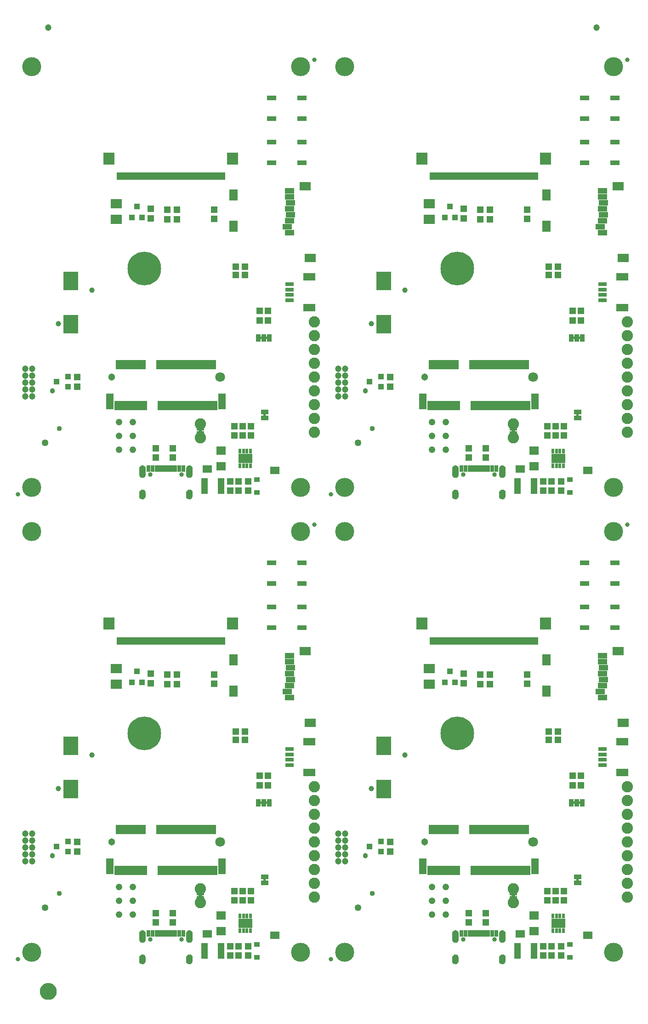
<source format=gbs>
G04 EAGLE Gerber RS-274X export*
G75*
%MOMM*%
%FSLAX34Y34*%
%LPD*%
%INSoldermask Bottom*%
%IPPOS*%
%AMOC8*
5,1,8,0,0,1.08239X$1,22.5*%
G01*
%ADD10R,0.838200X1.473200*%
%ADD11R,1.203200X1.303200*%
%ADD12R,1.803200X1.603200*%
%ADD13R,1.033200X0.833200*%
%ADD14R,1.203200X3.003200*%
%ADD15C,6.203200*%
%ADD16C,1.303200*%
%ADD17C,1.803200*%
%ADD18R,0.503200X1.753200*%
%ADD19R,1.403200X2.953200*%
%ADD20R,1.603200X2.003200*%
%ADD21R,2.103200X1.603200*%
%ADD22R,1.703200X1.003200*%
%ADD23R,0.503200X1.203200*%
%ADD24R,0.803200X1.203200*%
%ADD25C,0.853200*%
%ADD26C,1.221313*%
%ADD27R,1.473200X0.863600*%
%ADD28R,1.473200X0.838200*%
%ADD29C,2.082800*%
%ADD30R,1.727200X0.965200*%
%ADD31C,0.953200*%
%ADD32C,1.253200*%
%ADD33R,0.503200X0.853200*%
%ADD34R,2.553200X1.803200*%
%ADD35R,1.303200X1.203200*%
%ADD36C,3.505200*%
%ADD37R,0.503200X1.403200*%
%ADD38R,2.000000X2.200000*%
%ADD39R,1.003200X1.103200*%
%ADD40C,0.838200*%
%ADD41R,2.203200X1.403200*%
%ADD42R,1.553200X0.803200*%
%ADD43R,0.863600X1.473200*%
%ADD44C,1.203200*%
%ADD45R,2.703200X3.403200*%
%ADD46C,1.003200*%
%ADD47C,0.965200*%
%ADD48R,2.003200X1.803200*%
%ADD49R,1.103200X1.003200*%
%ADD50C,1.270000*%
%ADD51C,1.703200*%

G36*
X820414Y898863D02*
X820414Y898863D01*
X820420Y898869D01*
X820425Y898865D01*
X821655Y899230D01*
X821660Y899237D01*
X821665Y899235D01*
X822784Y899865D01*
X822787Y899872D01*
X822793Y899871D01*
X823743Y900734D01*
X823744Y900742D01*
X823750Y900742D01*
X824484Y901795D01*
X824484Y901803D01*
X824489Y901805D01*
X824971Y902995D01*
X824969Y903000D01*
X824973Y903003D01*
X824972Y903004D01*
X824974Y903005D01*
X825179Y904272D01*
X825176Y904277D01*
X825179Y904280D01*
X825179Y916280D01*
X825176Y916284D01*
X825179Y916287D01*
X825024Y917409D01*
X825019Y917414D01*
X825022Y917418D01*
X824651Y918489D01*
X824645Y918493D01*
X824647Y918498D01*
X824074Y919475D01*
X824068Y919478D01*
X824069Y919483D01*
X823316Y920330D01*
X823309Y920332D01*
X823309Y920337D01*
X822406Y921021D01*
X822399Y921021D01*
X822398Y921026D01*
X821379Y921521D01*
X821372Y921519D01*
X821370Y921524D01*
X820273Y921811D01*
X820267Y921808D01*
X820264Y921812D01*
X819133Y921879D01*
X819127Y921879D01*
X817996Y921812D01*
X817991Y921807D01*
X817987Y921811D01*
X816890Y921524D01*
X816886Y921518D01*
X816881Y921521D01*
X815862Y921026D01*
X815859Y921020D01*
X815854Y921021D01*
X814951Y920337D01*
X814949Y920330D01*
X814944Y920330D01*
X814191Y919483D01*
X814191Y919476D01*
X814186Y919475D01*
X813613Y918498D01*
X813614Y918495D01*
X813613Y918494D01*
X813614Y918493D01*
X813614Y918491D01*
X813609Y918489D01*
X813238Y917418D01*
X813240Y917413D01*
X813237Y917411D01*
X813237Y917410D01*
X813236Y917409D01*
X813081Y916287D01*
X813084Y916282D01*
X813081Y916280D01*
X813081Y904280D01*
X813084Y904275D01*
X813081Y904272D01*
X813286Y903005D01*
X813292Y902999D01*
X813289Y902995D01*
X813771Y901805D01*
X813778Y901801D01*
X813776Y901795D01*
X814510Y900742D01*
X814518Y900740D01*
X814517Y900734D01*
X815467Y899871D01*
X815476Y899870D01*
X815476Y899865D01*
X816595Y899235D01*
X816603Y899236D01*
X816605Y899230D01*
X817835Y898865D01*
X817843Y898868D01*
X817846Y898863D01*
X819127Y898781D01*
X819131Y898784D01*
X819133Y898781D01*
X820414Y898863D01*
G37*
G36*
X330234Y898863D02*
X330234Y898863D01*
X330240Y898869D01*
X330245Y898865D01*
X331475Y899230D01*
X331480Y899237D01*
X331485Y899235D01*
X332604Y899865D01*
X332607Y899872D01*
X332613Y899871D01*
X333563Y900734D01*
X333564Y900742D01*
X333570Y900742D01*
X334304Y901795D01*
X334304Y901803D01*
X334309Y901805D01*
X334791Y902995D01*
X334789Y903000D01*
X334793Y903003D01*
X334792Y903004D01*
X334794Y903005D01*
X334999Y904272D01*
X334996Y904277D01*
X334999Y904280D01*
X334999Y916280D01*
X334996Y916284D01*
X334999Y916287D01*
X334844Y917409D01*
X334839Y917414D01*
X334842Y917418D01*
X334471Y918489D01*
X334465Y918493D01*
X334467Y918498D01*
X333894Y919475D01*
X333888Y919478D01*
X333889Y919483D01*
X333136Y920330D01*
X333129Y920332D01*
X333129Y920337D01*
X332226Y921021D01*
X332219Y921021D01*
X332218Y921026D01*
X331199Y921521D01*
X331192Y921519D01*
X331190Y921524D01*
X330093Y921811D01*
X330087Y921808D01*
X330084Y921812D01*
X328953Y921879D01*
X328947Y921879D01*
X327816Y921812D01*
X327811Y921807D01*
X327807Y921811D01*
X326710Y921524D01*
X326706Y921518D01*
X326701Y921521D01*
X325682Y921026D01*
X325679Y921020D01*
X325674Y921021D01*
X324771Y920337D01*
X324769Y920330D01*
X324764Y920330D01*
X324011Y919483D01*
X324011Y919476D01*
X324006Y919475D01*
X323433Y918498D01*
X323434Y918495D01*
X323433Y918494D01*
X323434Y918493D01*
X323434Y918491D01*
X323429Y918489D01*
X323058Y917418D01*
X323060Y917413D01*
X323057Y917411D01*
X323057Y917410D01*
X323056Y917409D01*
X322901Y916287D01*
X322904Y916282D01*
X322901Y916280D01*
X322901Y904280D01*
X322904Y904275D01*
X322901Y904272D01*
X323106Y903005D01*
X323112Y902999D01*
X323109Y902995D01*
X323591Y901805D01*
X323598Y901801D01*
X323596Y901795D01*
X324330Y900742D01*
X324338Y900740D01*
X324337Y900734D01*
X325287Y899871D01*
X325296Y899870D01*
X325296Y899865D01*
X326415Y899235D01*
X326423Y899236D01*
X326425Y899230D01*
X327655Y898865D01*
X327663Y898868D01*
X327666Y898863D01*
X328947Y898781D01*
X328951Y898784D01*
X328953Y898781D01*
X330234Y898863D01*
G37*
G36*
X243834Y898863D02*
X243834Y898863D01*
X243840Y898869D01*
X243845Y898865D01*
X245075Y899230D01*
X245080Y899237D01*
X245085Y899235D01*
X246204Y899865D01*
X246207Y899872D01*
X246213Y899871D01*
X247163Y900734D01*
X247164Y900742D01*
X247170Y900742D01*
X247904Y901795D01*
X247904Y901803D01*
X247909Y901805D01*
X248391Y902995D01*
X248389Y903000D01*
X248393Y903003D01*
X248392Y903004D01*
X248394Y903005D01*
X248599Y904272D01*
X248596Y904277D01*
X248599Y904280D01*
X248599Y916280D01*
X248596Y916284D01*
X248599Y916287D01*
X248444Y917409D01*
X248439Y917414D01*
X248442Y917418D01*
X248071Y918489D01*
X248065Y918493D01*
X248067Y918498D01*
X247494Y919475D01*
X247488Y919478D01*
X247489Y919483D01*
X246736Y920330D01*
X246729Y920332D01*
X246729Y920337D01*
X245826Y921021D01*
X245819Y921021D01*
X245818Y921026D01*
X244799Y921521D01*
X244792Y921519D01*
X244790Y921524D01*
X243693Y921811D01*
X243687Y921808D01*
X243684Y921812D01*
X242553Y921879D01*
X242547Y921879D01*
X241416Y921812D01*
X241411Y921807D01*
X241407Y921811D01*
X240310Y921524D01*
X240306Y921518D01*
X240301Y921521D01*
X239282Y921026D01*
X239279Y921020D01*
X239274Y921021D01*
X238371Y920337D01*
X238369Y920330D01*
X238364Y920330D01*
X237611Y919483D01*
X237611Y919476D01*
X237606Y919475D01*
X237033Y918498D01*
X237034Y918495D01*
X237033Y918494D01*
X237034Y918493D01*
X237034Y918491D01*
X237029Y918489D01*
X236658Y917418D01*
X236660Y917413D01*
X236657Y917411D01*
X236657Y917410D01*
X236656Y917409D01*
X236501Y916287D01*
X236504Y916282D01*
X236501Y916280D01*
X236501Y904280D01*
X236504Y904275D01*
X236501Y904272D01*
X236706Y903005D01*
X236712Y902999D01*
X236709Y902995D01*
X237191Y901805D01*
X237198Y901801D01*
X237196Y901795D01*
X237930Y900742D01*
X237938Y900740D01*
X237937Y900734D01*
X238887Y899871D01*
X238896Y899870D01*
X238896Y899865D01*
X240015Y899235D01*
X240023Y899236D01*
X240025Y899230D01*
X241255Y898865D01*
X241263Y898868D01*
X241266Y898863D01*
X242547Y898781D01*
X242551Y898784D01*
X242553Y898781D01*
X243834Y898863D01*
G37*
G36*
X906814Y898863D02*
X906814Y898863D01*
X906820Y898869D01*
X906825Y898865D01*
X908055Y899230D01*
X908060Y899237D01*
X908065Y899235D01*
X909184Y899865D01*
X909187Y899872D01*
X909193Y899871D01*
X910143Y900734D01*
X910144Y900742D01*
X910150Y900742D01*
X910884Y901795D01*
X910884Y901803D01*
X910889Y901805D01*
X911371Y902995D01*
X911369Y903000D01*
X911373Y903003D01*
X911372Y903004D01*
X911374Y903005D01*
X911579Y904272D01*
X911576Y904277D01*
X911579Y904280D01*
X911579Y916280D01*
X911576Y916284D01*
X911579Y916287D01*
X911424Y917409D01*
X911419Y917414D01*
X911422Y917418D01*
X911051Y918489D01*
X911045Y918493D01*
X911047Y918498D01*
X910474Y919475D01*
X910468Y919478D01*
X910469Y919483D01*
X909716Y920330D01*
X909709Y920332D01*
X909709Y920337D01*
X908806Y921021D01*
X908799Y921021D01*
X908798Y921026D01*
X907779Y921521D01*
X907772Y921519D01*
X907770Y921524D01*
X906673Y921811D01*
X906667Y921808D01*
X906664Y921812D01*
X905533Y921879D01*
X905527Y921879D01*
X904396Y921812D01*
X904391Y921807D01*
X904387Y921811D01*
X903290Y921524D01*
X903286Y921518D01*
X903281Y921521D01*
X902262Y921026D01*
X902259Y921020D01*
X902254Y921021D01*
X901351Y920337D01*
X901349Y920330D01*
X901344Y920330D01*
X900591Y919483D01*
X900591Y919476D01*
X900586Y919475D01*
X900013Y918498D01*
X900014Y918495D01*
X900013Y918494D01*
X900014Y918493D01*
X900014Y918491D01*
X900009Y918489D01*
X899638Y917418D01*
X899640Y917413D01*
X899637Y917411D01*
X899637Y917410D01*
X899636Y917409D01*
X899481Y916287D01*
X899484Y916282D01*
X899481Y916280D01*
X899481Y904280D01*
X899484Y904275D01*
X899481Y904272D01*
X899686Y903005D01*
X899692Y902999D01*
X899689Y902995D01*
X900171Y901805D01*
X900178Y901801D01*
X900176Y901795D01*
X900910Y900742D01*
X900918Y900740D01*
X900917Y900734D01*
X901867Y899871D01*
X901876Y899870D01*
X901876Y899865D01*
X902995Y899235D01*
X903003Y899236D01*
X903005Y899230D01*
X904235Y898865D01*
X904243Y898868D01*
X904246Y898863D01*
X905527Y898781D01*
X905531Y898784D01*
X905533Y898781D01*
X906814Y898863D01*
G37*
G36*
X820414Y42883D02*
X820414Y42883D01*
X820420Y42889D01*
X820425Y42885D01*
X821655Y43250D01*
X821660Y43257D01*
X821665Y43255D01*
X822784Y43885D01*
X822787Y43892D01*
X822793Y43891D01*
X823743Y44754D01*
X823744Y44762D01*
X823750Y44762D01*
X824484Y45815D01*
X824484Y45823D01*
X824489Y45825D01*
X824971Y47015D01*
X824969Y47020D01*
X824973Y47023D01*
X824972Y47024D01*
X824974Y47025D01*
X825179Y48292D01*
X825176Y48297D01*
X825179Y48300D01*
X825179Y60300D01*
X825176Y60304D01*
X825179Y60307D01*
X825024Y61429D01*
X825019Y61434D01*
X825022Y61438D01*
X824651Y62509D01*
X824645Y62513D01*
X824647Y62518D01*
X824074Y63495D01*
X824068Y63498D01*
X824069Y63503D01*
X823316Y64350D01*
X823309Y64352D01*
X823309Y64357D01*
X822406Y65041D01*
X822399Y65041D01*
X822398Y65046D01*
X821379Y65541D01*
X821372Y65539D01*
X821370Y65544D01*
X820273Y65831D01*
X820267Y65828D01*
X820264Y65832D01*
X819133Y65899D01*
X819127Y65899D01*
X817996Y65832D01*
X817991Y65827D01*
X817987Y65831D01*
X816890Y65544D01*
X816886Y65538D01*
X816881Y65541D01*
X815862Y65046D01*
X815859Y65040D01*
X815854Y65041D01*
X814951Y64357D01*
X814949Y64350D01*
X814944Y64350D01*
X814191Y63503D01*
X814191Y63496D01*
X814186Y63495D01*
X813613Y62518D01*
X813614Y62515D01*
X813613Y62514D01*
X813614Y62513D01*
X813614Y62511D01*
X813609Y62509D01*
X813238Y61438D01*
X813240Y61433D01*
X813237Y61431D01*
X813237Y61430D01*
X813236Y61429D01*
X813081Y60307D01*
X813084Y60302D01*
X813081Y60300D01*
X813081Y48300D01*
X813084Y48295D01*
X813081Y48292D01*
X813286Y47025D01*
X813292Y47019D01*
X813289Y47015D01*
X813771Y45825D01*
X813778Y45821D01*
X813776Y45815D01*
X814510Y44762D01*
X814518Y44760D01*
X814517Y44754D01*
X815467Y43891D01*
X815476Y43890D01*
X815476Y43885D01*
X816595Y43255D01*
X816603Y43256D01*
X816605Y43250D01*
X817835Y42885D01*
X817843Y42888D01*
X817846Y42883D01*
X819127Y42801D01*
X819131Y42804D01*
X819133Y42801D01*
X820414Y42883D01*
G37*
G36*
X243834Y42883D02*
X243834Y42883D01*
X243840Y42889D01*
X243845Y42885D01*
X245075Y43250D01*
X245080Y43257D01*
X245085Y43255D01*
X246204Y43885D01*
X246207Y43892D01*
X246213Y43891D01*
X247163Y44754D01*
X247164Y44762D01*
X247170Y44762D01*
X247904Y45815D01*
X247904Y45823D01*
X247909Y45825D01*
X248391Y47015D01*
X248389Y47020D01*
X248393Y47023D01*
X248392Y47024D01*
X248394Y47025D01*
X248599Y48292D01*
X248596Y48297D01*
X248599Y48300D01*
X248599Y60300D01*
X248596Y60304D01*
X248599Y60307D01*
X248444Y61429D01*
X248439Y61434D01*
X248442Y61438D01*
X248071Y62509D01*
X248065Y62513D01*
X248067Y62518D01*
X247494Y63495D01*
X247488Y63498D01*
X247489Y63503D01*
X246736Y64350D01*
X246729Y64352D01*
X246729Y64357D01*
X245826Y65041D01*
X245819Y65041D01*
X245818Y65046D01*
X244799Y65541D01*
X244792Y65539D01*
X244790Y65544D01*
X243693Y65831D01*
X243687Y65828D01*
X243684Y65832D01*
X242553Y65899D01*
X242547Y65899D01*
X241416Y65832D01*
X241411Y65827D01*
X241407Y65831D01*
X240310Y65544D01*
X240306Y65538D01*
X240301Y65541D01*
X239282Y65046D01*
X239279Y65040D01*
X239274Y65041D01*
X238371Y64357D01*
X238369Y64350D01*
X238364Y64350D01*
X237611Y63503D01*
X237611Y63496D01*
X237606Y63495D01*
X237033Y62518D01*
X237034Y62515D01*
X237033Y62514D01*
X237034Y62513D01*
X237034Y62511D01*
X237029Y62509D01*
X236658Y61438D01*
X236660Y61433D01*
X236657Y61431D01*
X236657Y61430D01*
X236656Y61429D01*
X236501Y60307D01*
X236504Y60302D01*
X236501Y60300D01*
X236501Y48300D01*
X236504Y48295D01*
X236501Y48292D01*
X236706Y47025D01*
X236712Y47019D01*
X236709Y47015D01*
X237191Y45825D01*
X237198Y45821D01*
X237196Y45815D01*
X237930Y44762D01*
X237938Y44760D01*
X237937Y44754D01*
X238887Y43891D01*
X238896Y43890D01*
X238896Y43885D01*
X240015Y43255D01*
X240023Y43256D01*
X240025Y43250D01*
X241255Y42885D01*
X241263Y42888D01*
X241266Y42883D01*
X242547Y42801D01*
X242551Y42804D01*
X242553Y42801D01*
X243834Y42883D01*
G37*
G36*
X330234Y42883D02*
X330234Y42883D01*
X330240Y42889D01*
X330245Y42885D01*
X331475Y43250D01*
X331480Y43257D01*
X331485Y43255D01*
X332604Y43885D01*
X332607Y43892D01*
X332613Y43891D01*
X333563Y44754D01*
X333564Y44762D01*
X333570Y44762D01*
X334304Y45815D01*
X334304Y45823D01*
X334309Y45825D01*
X334791Y47015D01*
X334789Y47020D01*
X334793Y47023D01*
X334792Y47024D01*
X334794Y47025D01*
X334999Y48292D01*
X334996Y48297D01*
X334999Y48300D01*
X334999Y60300D01*
X334996Y60304D01*
X334999Y60307D01*
X334844Y61429D01*
X334839Y61434D01*
X334842Y61438D01*
X334471Y62509D01*
X334465Y62513D01*
X334467Y62518D01*
X333894Y63495D01*
X333888Y63498D01*
X333889Y63503D01*
X333136Y64350D01*
X333129Y64352D01*
X333129Y64357D01*
X332226Y65041D01*
X332219Y65041D01*
X332218Y65046D01*
X331199Y65541D01*
X331192Y65539D01*
X331190Y65544D01*
X330093Y65831D01*
X330087Y65828D01*
X330084Y65832D01*
X328953Y65899D01*
X328947Y65899D01*
X327816Y65832D01*
X327811Y65827D01*
X327807Y65831D01*
X326710Y65544D01*
X326706Y65538D01*
X326701Y65541D01*
X325682Y65046D01*
X325679Y65040D01*
X325674Y65041D01*
X324771Y64357D01*
X324769Y64350D01*
X324764Y64350D01*
X324011Y63503D01*
X324011Y63496D01*
X324006Y63495D01*
X323433Y62518D01*
X323434Y62515D01*
X323433Y62514D01*
X323434Y62513D01*
X323434Y62511D01*
X323429Y62509D01*
X323058Y61438D01*
X323060Y61433D01*
X323057Y61431D01*
X323057Y61430D01*
X323056Y61429D01*
X322901Y60307D01*
X322904Y60302D01*
X322901Y60300D01*
X322901Y48300D01*
X322904Y48295D01*
X322901Y48292D01*
X323106Y47025D01*
X323112Y47019D01*
X323109Y47015D01*
X323591Y45825D01*
X323598Y45821D01*
X323596Y45815D01*
X324330Y44762D01*
X324338Y44760D01*
X324337Y44754D01*
X325287Y43891D01*
X325296Y43890D01*
X325296Y43885D01*
X326415Y43255D01*
X326423Y43256D01*
X326425Y43250D01*
X327655Y42885D01*
X327663Y42888D01*
X327666Y42883D01*
X328947Y42801D01*
X328951Y42804D01*
X328953Y42801D01*
X330234Y42883D01*
G37*
G36*
X906814Y42883D02*
X906814Y42883D01*
X906820Y42889D01*
X906825Y42885D01*
X908055Y43250D01*
X908060Y43257D01*
X908065Y43255D01*
X909184Y43885D01*
X909187Y43892D01*
X909193Y43891D01*
X910143Y44754D01*
X910144Y44762D01*
X910150Y44762D01*
X910884Y45815D01*
X910884Y45823D01*
X910889Y45825D01*
X911371Y47015D01*
X911369Y47020D01*
X911373Y47023D01*
X911372Y47024D01*
X911374Y47025D01*
X911579Y48292D01*
X911576Y48297D01*
X911579Y48300D01*
X911579Y60300D01*
X911576Y60304D01*
X911579Y60307D01*
X911424Y61429D01*
X911419Y61434D01*
X911422Y61438D01*
X911051Y62509D01*
X911045Y62513D01*
X911047Y62518D01*
X910474Y63495D01*
X910468Y63498D01*
X910469Y63503D01*
X909716Y64350D01*
X909709Y64352D01*
X909709Y64357D01*
X908806Y65041D01*
X908799Y65041D01*
X908798Y65046D01*
X907779Y65541D01*
X907772Y65539D01*
X907770Y65544D01*
X906673Y65831D01*
X906667Y65828D01*
X906664Y65832D01*
X905533Y65899D01*
X905527Y65899D01*
X904396Y65832D01*
X904391Y65827D01*
X904387Y65831D01*
X903290Y65544D01*
X903286Y65538D01*
X903281Y65541D01*
X902262Y65046D01*
X902259Y65040D01*
X902254Y65041D01*
X901351Y64357D01*
X901349Y64350D01*
X901344Y64350D01*
X900591Y63503D01*
X900591Y63496D01*
X900586Y63495D01*
X900013Y62518D01*
X900014Y62515D01*
X900013Y62514D01*
X900014Y62513D01*
X900014Y62511D01*
X900009Y62509D01*
X899638Y61438D01*
X899640Y61433D01*
X899637Y61431D01*
X899637Y61430D01*
X899636Y61429D01*
X899481Y60307D01*
X899484Y60302D01*
X899481Y60300D01*
X899481Y48300D01*
X899484Y48295D01*
X899481Y48292D01*
X899686Y47025D01*
X899692Y47019D01*
X899689Y47015D01*
X900171Y45825D01*
X900178Y45821D01*
X900176Y45815D01*
X900910Y44762D01*
X900918Y44760D01*
X900917Y44754D01*
X901867Y43891D01*
X901876Y43890D01*
X901876Y43885D01*
X902995Y43255D01*
X903003Y43256D01*
X903005Y43250D01*
X904235Y42885D01*
X904243Y42888D01*
X904246Y42883D01*
X905527Y42801D01*
X905531Y42804D01*
X905533Y42801D01*
X906814Y42883D01*
G37*
G36*
X819132Y859485D02*
X819132Y859485D01*
X819135Y859481D01*
X820466Y859625D01*
X820469Y859629D01*
X820470Y859629D01*
X820473Y859630D01*
X820476Y859628D01*
X821741Y860064D01*
X821746Y860071D01*
X821751Y860069D01*
X822887Y860776D01*
X822890Y860784D01*
X822896Y860783D01*
X823846Y861725D01*
X823847Y861733D01*
X823852Y861734D01*
X824569Y862864D01*
X824568Y862872D01*
X824574Y862874D01*
X825021Y864135D01*
X825019Y864142D01*
X825024Y864145D01*
X825179Y865474D01*
X825177Y865478D01*
X825179Y865480D01*
X825179Y871480D01*
X825177Y871483D01*
X825179Y871485D01*
X825033Y872827D01*
X825028Y872833D01*
X825031Y872837D01*
X824591Y874113D01*
X824584Y874117D01*
X824586Y874123D01*
X823873Y875268D01*
X823865Y875271D01*
X823866Y875277D01*
X822916Y876235D01*
X822908Y876236D01*
X822907Y876242D01*
X821768Y876964D01*
X821760Y876963D01*
X821758Y876969D01*
X820487Y877420D01*
X820479Y877417D01*
X820476Y877422D01*
X819136Y877579D01*
X819129Y877575D01*
X819125Y877579D01*
X817950Y877458D01*
X817945Y877453D01*
X817941Y877456D01*
X816812Y877109D01*
X816808Y877103D01*
X816803Y877105D01*
X815764Y876544D01*
X815761Y876537D01*
X815756Y876539D01*
X814846Y875786D01*
X814844Y875779D01*
X814839Y875779D01*
X814093Y874863D01*
X814093Y874855D01*
X814088Y874855D01*
X813536Y873811D01*
X813537Y873803D01*
X813532Y873802D01*
X813194Y872670D01*
X813196Y872663D01*
X813192Y872661D01*
X813081Y871485D01*
X813083Y871482D01*
X813081Y871480D01*
X813081Y865480D01*
X813083Y865477D01*
X813081Y865475D01*
X813201Y864310D01*
X813206Y864305D01*
X813203Y864300D01*
X813547Y863181D01*
X813553Y863177D01*
X813551Y863172D01*
X814108Y862141D01*
X814114Y862138D01*
X814113Y862133D01*
X814860Y861231D01*
X814867Y861229D01*
X814867Y861224D01*
X815775Y860485D01*
X815782Y860485D01*
X815783Y860480D01*
X816819Y859932D01*
X816826Y859933D01*
X816827Y859928D01*
X817950Y859593D01*
X817957Y859595D01*
X817959Y859591D01*
X819125Y859481D01*
X819132Y859485D01*
G37*
G36*
X905532Y859485D02*
X905532Y859485D01*
X905535Y859481D01*
X906866Y859625D01*
X906869Y859629D01*
X906870Y859629D01*
X906873Y859630D01*
X906876Y859628D01*
X908141Y860064D01*
X908146Y860071D01*
X908151Y860069D01*
X909287Y860776D01*
X909290Y860784D01*
X909296Y860783D01*
X910246Y861725D01*
X910247Y861733D01*
X910252Y861734D01*
X910969Y862864D01*
X910968Y862872D01*
X910974Y862874D01*
X911421Y864135D01*
X911419Y864142D01*
X911424Y864145D01*
X911579Y865474D01*
X911577Y865478D01*
X911579Y865480D01*
X911579Y871480D01*
X911577Y871483D01*
X911579Y871485D01*
X911433Y872827D01*
X911428Y872833D01*
X911431Y872837D01*
X910991Y874113D01*
X910984Y874117D01*
X910986Y874123D01*
X910273Y875268D01*
X910265Y875271D01*
X910266Y875277D01*
X909316Y876235D01*
X909308Y876236D01*
X909307Y876242D01*
X908168Y876964D01*
X908160Y876963D01*
X908158Y876969D01*
X906887Y877420D01*
X906879Y877417D01*
X906876Y877422D01*
X905536Y877579D01*
X905529Y877575D01*
X905525Y877579D01*
X904350Y877458D01*
X904345Y877453D01*
X904341Y877456D01*
X903212Y877109D01*
X903208Y877103D01*
X903203Y877105D01*
X902164Y876544D01*
X902161Y876537D01*
X902156Y876539D01*
X901246Y875786D01*
X901244Y875779D01*
X901239Y875779D01*
X900493Y874863D01*
X900493Y874855D01*
X900488Y874855D01*
X899936Y873811D01*
X899937Y873803D01*
X899932Y873802D01*
X899594Y872670D01*
X899596Y872663D01*
X899592Y872661D01*
X899481Y871485D01*
X899483Y871482D01*
X899481Y871480D01*
X899481Y865480D01*
X899483Y865477D01*
X899481Y865475D01*
X899601Y864310D01*
X899606Y864305D01*
X899603Y864300D01*
X899947Y863181D01*
X899953Y863177D01*
X899951Y863172D01*
X900508Y862141D01*
X900514Y862138D01*
X900513Y862133D01*
X901260Y861231D01*
X901267Y861229D01*
X901267Y861224D01*
X902175Y860485D01*
X902182Y860485D01*
X902183Y860480D01*
X903219Y859932D01*
X903226Y859933D01*
X903227Y859928D01*
X904350Y859593D01*
X904357Y859595D01*
X904359Y859591D01*
X905525Y859481D01*
X905532Y859485D01*
G37*
G36*
X328952Y859485D02*
X328952Y859485D01*
X328955Y859481D01*
X330286Y859625D01*
X330289Y859629D01*
X330290Y859629D01*
X330293Y859630D01*
X330296Y859628D01*
X331561Y860064D01*
X331566Y860071D01*
X331571Y860069D01*
X332707Y860776D01*
X332710Y860784D01*
X332716Y860783D01*
X333666Y861725D01*
X333667Y861733D01*
X333672Y861734D01*
X334389Y862864D01*
X334388Y862872D01*
X334394Y862874D01*
X334841Y864135D01*
X334839Y864142D01*
X334844Y864145D01*
X334999Y865474D01*
X334997Y865478D01*
X334999Y865480D01*
X334999Y871480D01*
X334997Y871483D01*
X334999Y871485D01*
X334853Y872827D01*
X334848Y872833D01*
X334851Y872837D01*
X334411Y874113D01*
X334404Y874117D01*
X334406Y874123D01*
X333693Y875268D01*
X333685Y875271D01*
X333686Y875277D01*
X332736Y876235D01*
X332728Y876236D01*
X332727Y876242D01*
X331588Y876964D01*
X331580Y876963D01*
X331578Y876969D01*
X330307Y877420D01*
X330299Y877417D01*
X330296Y877422D01*
X328956Y877579D01*
X328949Y877575D01*
X328945Y877579D01*
X327770Y877458D01*
X327765Y877453D01*
X327761Y877456D01*
X326632Y877109D01*
X326628Y877103D01*
X326623Y877105D01*
X325584Y876544D01*
X325581Y876537D01*
X325576Y876539D01*
X324666Y875786D01*
X324664Y875779D01*
X324659Y875779D01*
X323913Y874863D01*
X323913Y874855D01*
X323908Y874855D01*
X323356Y873811D01*
X323357Y873803D01*
X323352Y873802D01*
X323014Y872670D01*
X323016Y872663D01*
X323012Y872661D01*
X322901Y871485D01*
X322903Y871482D01*
X322901Y871480D01*
X322901Y865480D01*
X322903Y865477D01*
X322901Y865475D01*
X323021Y864310D01*
X323026Y864305D01*
X323023Y864300D01*
X323367Y863181D01*
X323373Y863177D01*
X323371Y863172D01*
X323928Y862141D01*
X323934Y862138D01*
X323933Y862133D01*
X324680Y861231D01*
X324687Y861229D01*
X324687Y861224D01*
X325595Y860485D01*
X325602Y860485D01*
X325603Y860480D01*
X326639Y859932D01*
X326646Y859933D01*
X326647Y859928D01*
X327770Y859593D01*
X327777Y859595D01*
X327779Y859591D01*
X328945Y859481D01*
X328952Y859485D01*
G37*
G36*
X242552Y859485D02*
X242552Y859485D01*
X242555Y859481D01*
X243886Y859625D01*
X243889Y859629D01*
X243890Y859629D01*
X243893Y859630D01*
X243896Y859628D01*
X245161Y860064D01*
X245166Y860071D01*
X245171Y860069D01*
X246307Y860776D01*
X246310Y860784D01*
X246316Y860783D01*
X247266Y861725D01*
X247267Y861733D01*
X247272Y861734D01*
X247989Y862864D01*
X247988Y862872D01*
X247994Y862874D01*
X248441Y864135D01*
X248439Y864142D01*
X248444Y864145D01*
X248599Y865474D01*
X248597Y865478D01*
X248599Y865480D01*
X248599Y871480D01*
X248597Y871483D01*
X248599Y871485D01*
X248453Y872827D01*
X248448Y872833D01*
X248451Y872837D01*
X248011Y874113D01*
X248004Y874117D01*
X248006Y874123D01*
X247293Y875268D01*
X247285Y875271D01*
X247286Y875277D01*
X246336Y876235D01*
X246328Y876236D01*
X246327Y876242D01*
X245188Y876964D01*
X245180Y876963D01*
X245178Y876969D01*
X243907Y877420D01*
X243899Y877417D01*
X243896Y877422D01*
X242556Y877579D01*
X242549Y877575D01*
X242545Y877579D01*
X241370Y877458D01*
X241365Y877453D01*
X241361Y877456D01*
X240232Y877109D01*
X240228Y877103D01*
X240223Y877105D01*
X239184Y876544D01*
X239181Y876537D01*
X239176Y876539D01*
X238266Y875786D01*
X238264Y875779D01*
X238259Y875779D01*
X237513Y874863D01*
X237513Y874855D01*
X237508Y874855D01*
X236956Y873811D01*
X236957Y873803D01*
X236952Y873802D01*
X236614Y872670D01*
X236616Y872663D01*
X236612Y872661D01*
X236501Y871485D01*
X236503Y871482D01*
X236501Y871480D01*
X236501Y865480D01*
X236503Y865477D01*
X236501Y865475D01*
X236621Y864310D01*
X236626Y864305D01*
X236623Y864300D01*
X236967Y863181D01*
X236973Y863177D01*
X236971Y863172D01*
X237528Y862141D01*
X237534Y862138D01*
X237533Y862133D01*
X238280Y861231D01*
X238287Y861229D01*
X238287Y861224D01*
X239195Y860485D01*
X239202Y860485D01*
X239203Y860480D01*
X240239Y859932D01*
X240246Y859933D01*
X240247Y859928D01*
X241370Y859593D01*
X241377Y859595D01*
X241379Y859591D01*
X242545Y859481D01*
X242552Y859485D01*
G37*
G36*
X328952Y3505D02*
X328952Y3505D01*
X328955Y3501D01*
X330286Y3645D01*
X330289Y3649D01*
X330290Y3649D01*
X330293Y3650D01*
X330296Y3648D01*
X331561Y4084D01*
X331566Y4091D01*
X331571Y4089D01*
X332707Y4796D01*
X332710Y4804D01*
X332716Y4803D01*
X333666Y5745D01*
X333667Y5753D01*
X333672Y5754D01*
X334389Y6884D01*
X334388Y6892D01*
X334394Y6894D01*
X334841Y8155D01*
X334839Y8162D01*
X334844Y8165D01*
X334999Y9494D01*
X334997Y9498D01*
X334999Y9500D01*
X334999Y15500D01*
X334997Y15503D01*
X334999Y15505D01*
X334853Y16847D01*
X334848Y16853D01*
X334851Y16857D01*
X334411Y18133D01*
X334404Y18137D01*
X334406Y18143D01*
X333693Y19288D01*
X333685Y19291D01*
X333686Y19297D01*
X332736Y20255D01*
X332728Y20256D01*
X332727Y20262D01*
X331588Y20984D01*
X331580Y20983D01*
X331578Y20989D01*
X330307Y21440D01*
X330299Y21437D01*
X330296Y21442D01*
X328956Y21599D01*
X328949Y21595D01*
X328945Y21599D01*
X327770Y21478D01*
X327765Y21473D01*
X327761Y21476D01*
X326632Y21129D01*
X326628Y21123D01*
X326623Y21125D01*
X325584Y20564D01*
X325581Y20557D01*
X325576Y20559D01*
X324666Y19806D01*
X324664Y19799D01*
X324659Y19799D01*
X323913Y18883D01*
X323913Y18875D01*
X323908Y18875D01*
X323356Y17831D01*
X323357Y17823D01*
X323352Y17822D01*
X323014Y16690D01*
X323016Y16683D01*
X323012Y16681D01*
X322901Y15505D01*
X322903Y15502D01*
X322901Y15500D01*
X322901Y9500D01*
X322903Y9497D01*
X322901Y9495D01*
X323021Y8330D01*
X323026Y8325D01*
X323023Y8320D01*
X323367Y7201D01*
X323373Y7197D01*
X323371Y7192D01*
X323928Y6161D01*
X323934Y6158D01*
X323933Y6153D01*
X324680Y5251D01*
X324687Y5249D01*
X324687Y5244D01*
X325595Y4505D01*
X325602Y4505D01*
X325603Y4500D01*
X326639Y3952D01*
X326646Y3953D01*
X326647Y3948D01*
X327770Y3613D01*
X327777Y3615D01*
X327779Y3611D01*
X328945Y3501D01*
X328952Y3505D01*
G37*
G36*
X905532Y3505D02*
X905532Y3505D01*
X905535Y3501D01*
X906866Y3645D01*
X906869Y3649D01*
X906870Y3649D01*
X906873Y3650D01*
X906876Y3648D01*
X908141Y4084D01*
X908146Y4091D01*
X908151Y4089D01*
X909287Y4796D01*
X909290Y4804D01*
X909296Y4803D01*
X910246Y5745D01*
X910247Y5753D01*
X910252Y5754D01*
X910969Y6884D01*
X910968Y6892D01*
X910974Y6894D01*
X911421Y8155D01*
X911419Y8162D01*
X911424Y8165D01*
X911579Y9494D01*
X911577Y9498D01*
X911579Y9500D01*
X911579Y15500D01*
X911577Y15503D01*
X911579Y15505D01*
X911433Y16847D01*
X911428Y16853D01*
X911431Y16857D01*
X910991Y18133D01*
X910984Y18137D01*
X910986Y18143D01*
X910273Y19288D01*
X910265Y19291D01*
X910266Y19297D01*
X909316Y20255D01*
X909308Y20256D01*
X909307Y20262D01*
X908168Y20984D01*
X908160Y20983D01*
X908158Y20989D01*
X906887Y21440D01*
X906879Y21437D01*
X906876Y21442D01*
X905536Y21599D01*
X905529Y21595D01*
X905525Y21599D01*
X904350Y21478D01*
X904345Y21473D01*
X904341Y21476D01*
X903212Y21129D01*
X903208Y21123D01*
X903203Y21125D01*
X902164Y20564D01*
X902161Y20557D01*
X902156Y20559D01*
X901246Y19806D01*
X901244Y19799D01*
X901239Y19799D01*
X900493Y18883D01*
X900493Y18875D01*
X900488Y18875D01*
X899936Y17831D01*
X899937Y17823D01*
X899932Y17822D01*
X899594Y16690D01*
X899596Y16683D01*
X899592Y16681D01*
X899481Y15505D01*
X899483Y15502D01*
X899481Y15500D01*
X899481Y9500D01*
X899483Y9497D01*
X899481Y9495D01*
X899601Y8330D01*
X899606Y8325D01*
X899603Y8320D01*
X899947Y7201D01*
X899953Y7197D01*
X899951Y7192D01*
X900508Y6161D01*
X900514Y6158D01*
X900513Y6153D01*
X901260Y5251D01*
X901267Y5249D01*
X901267Y5244D01*
X902175Y4505D01*
X902182Y4505D01*
X902183Y4500D01*
X903219Y3952D01*
X903226Y3953D01*
X903227Y3948D01*
X904350Y3613D01*
X904357Y3615D01*
X904359Y3611D01*
X905525Y3501D01*
X905532Y3505D01*
G37*
G36*
X819132Y3505D02*
X819132Y3505D01*
X819135Y3501D01*
X820466Y3645D01*
X820469Y3649D01*
X820470Y3649D01*
X820473Y3650D01*
X820476Y3648D01*
X821741Y4084D01*
X821746Y4091D01*
X821751Y4089D01*
X822887Y4796D01*
X822890Y4804D01*
X822896Y4803D01*
X823846Y5745D01*
X823847Y5753D01*
X823852Y5754D01*
X824569Y6884D01*
X824568Y6892D01*
X824574Y6894D01*
X825021Y8155D01*
X825019Y8162D01*
X825024Y8165D01*
X825179Y9494D01*
X825177Y9498D01*
X825179Y9500D01*
X825179Y15500D01*
X825177Y15503D01*
X825179Y15505D01*
X825033Y16847D01*
X825028Y16853D01*
X825031Y16857D01*
X824591Y18133D01*
X824584Y18137D01*
X824586Y18143D01*
X823873Y19288D01*
X823865Y19291D01*
X823866Y19297D01*
X822916Y20255D01*
X822908Y20256D01*
X822907Y20262D01*
X821768Y20984D01*
X821760Y20983D01*
X821758Y20989D01*
X820487Y21440D01*
X820479Y21437D01*
X820476Y21442D01*
X819136Y21599D01*
X819129Y21595D01*
X819125Y21599D01*
X817950Y21478D01*
X817945Y21473D01*
X817941Y21476D01*
X816812Y21129D01*
X816808Y21123D01*
X816803Y21125D01*
X815764Y20564D01*
X815761Y20557D01*
X815756Y20559D01*
X814846Y19806D01*
X814844Y19799D01*
X814839Y19799D01*
X814093Y18883D01*
X814093Y18875D01*
X814088Y18875D01*
X813536Y17831D01*
X813537Y17823D01*
X813532Y17822D01*
X813194Y16690D01*
X813196Y16683D01*
X813192Y16681D01*
X813081Y15505D01*
X813083Y15502D01*
X813081Y15500D01*
X813081Y9500D01*
X813083Y9497D01*
X813081Y9495D01*
X813201Y8330D01*
X813206Y8325D01*
X813203Y8320D01*
X813547Y7201D01*
X813553Y7197D01*
X813551Y7192D01*
X814108Y6161D01*
X814114Y6158D01*
X814113Y6153D01*
X814860Y5251D01*
X814867Y5249D01*
X814867Y5244D01*
X815775Y4505D01*
X815782Y4505D01*
X815783Y4500D01*
X816819Y3952D01*
X816826Y3953D01*
X816827Y3948D01*
X817950Y3613D01*
X817957Y3615D01*
X817959Y3611D01*
X819125Y3501D01*
X819132Y3505D01*
G37*
G36*
X242552Y3505D02*
X242552Y3505D01*
X242555Y3501D01*
X243886Y3645D01*
X243889Y3649D01*
X243890Y3649D01*
X243893Y3650D01*
X243896Y3648D01*
X245161Y4084D01*
X245166Y4091D01*
X245171Y4089D01*
X246307Y4796D01*
X246310Y4804D01*
X246316Y4803D01*
X247266Y5745D01*
X247267Y5753D01*
X247272Y5754D01*
X247989Y6884D01*
X247988Y6892D01*
X247994Y6894D01*
X248441Y8155D01*
X248439Y8162D01*
X248444Y8165D01*
X248599Y9494D01*
X248597Y9498D01*
X248599Y9500D01*
X248599Y15500D01*
X248597Y15503D01*
X248599Y15505D01*
X248453Y16847D01*
X248448Y16853D01*
X248451Y16857D01*
X248011Y18133D01*
X248004Y18137D01*
X248006Y18143D01*
X247293Y19288D01*
X247285Y19291D01*
X247286Y19297D01*
X246336Y20255D01*
X246328Y20256D01*
X246327Y20262D01*
X245188Y20984D01*
X245180Y20983D01*
X245178Y20989D01*
X243907Y21440D01*
X243899Y21437D01*
X243896Y21442D01*
X242556Y21599D01*
X242549Y21595D01*
X242545Y21599D01*
X241370Y21478D01*
X241365Y21473D01*
X241361Y21476D01*
X240232Y21129D01*
X240228Y21123D01*
X240223Y21125D01*
X239184Y20564D01*
X239181Y20557D01*
X239176Y20559D01*
X238266Y19806D01*
X238264Y19799D01*
X238259Y19799D01*
X237513Y18883D01*
X237513Y18875D01*
X237508Y18875D01*
X236956Y17831D01*
X236957Y17823D01*
X236952Y17822D01*
X236614Y16690D01*
X236616Y16683D01*
X236612Y16681D01*
X236501Y15505D01*
X236503Y15502D01*
X236501Y15500D01*
X236501Y9500D01*
X236503Y9497D01*
X236501Y9495D01*
X236621Y8330D01*
X236626Y8325D01*
X236623Y8320D01*
X236967Y7201D01*
X236973Y7197D01*
X236971Y7192D01*
X237528Y6161D01*
X237534Y6158D01*
X237533Y6153D01*
X238280Y5251D01*
X238287Y5249D01*
X238287Y5244D01*
X239195Y4505D01*
X239202Y4505D01*
X239203Y4500D01*
X240239Y3952D01*
X240246Y3953D01*
X240247Y3948D01*
X241370Y3613D01*
X241377Y3615D01*
X241379Y3611D01*
X242545Y3501D01*
X242552Y3505D01*
G37*
G36*
X352109Y982992D02*
X352109Y982992D01*
X352175Y982994D01*
X352218Y983012D01*
X352265Y983020D01*
X352322Y983054D01*
X352382Y983079D01*
X352417Y983110D01*
X352458Y983135D01*
X352500Y983186D01*
X352548Y983230D01*
X352570Y983272D01*
X352599Y983309D01*
X352620Y983371D01*
X352651Y983430D01*
X352659Y983484D01*
X352671Y983521D01*
X352670Y983561D01*
X352678Y983615D01*
X352678Y987425D01*
X352667Y987490D01*
X352665Y987556D01*
X352647Y987599D01*
X352639Y987646D01*
X352605Y987703D01*
X352580Y987763D01*
X352549Y987798D01*
X352524Y987839D01*
X352473Y987881D01*
X352429Y987929D01*
X352387Y987951D01*
X352350Y987980D01*
X352288Y988001D01*
X352229Y988032D01*
X352175Y988040D01*
X352138Y988052D01*
X352098Y988051D01*
X352044Y988059D01*
X346456Y988059D01*
X346391Y988048D01*
X346325Y988046D01*
X346282Y988028D01*
X346235Y988020D01*
X346178Y987986D01*
X346118Y987961D01*
X346083Y987930D01*
X346042Y987905D01*
X346001Y987854D01*
X345952Y987810D01*
X345930Y987768D01*
X345901Y987731D01*
X345880Y987669D01*
X345849Y987610D01*
X345841Y987556D01*
X345829Y987519D01*
X345829Y987515D01*
X345829Y987514D01*
X345830Y987479D01*
X345822Y987425D01*
X345822Y983615D01*
X345833Y983550D01*
X345835Y983484D01*
X345853Y983441D01*
X345861Y983394D01*
X345895Y983337D01*
X345920Y983277D01*
X345951Y983242D01*
X345976Y983201D01*
X346027Y983160D01*
X346071Y983111D01*
X346113Y983089D01*
X346150Y983060D01*
X346212Y983039D01*
X346271Y983008D01*
X346325Y983000D01*
X346362Y982988D01*
X346402Y982989D01*
X346456Y982981D01*
X352044Y982981D01*
X352109Y982992D01*
G37*
G36*
X928689Y982992D02*
X928689Y982992D01*
X928755Y982994D01*
X928798Y983012D01*
X928845Y983020D01*
X928902Y983054D01*
X928962Y983079D01*
X928997Y983110D01*
X929038Y983135D01*
X929080Y983186D01*
X929128Y983230D01*
X929150Y983272D01*
X929179Y983309D01*
X929200Y983371D01*
X929231Y983430D01*
X929239Y983484D01*
X929251Y983521D01*
X929250Y983561D01*
X929258Y983615D01*
X929258Y987425D01*
X929247Y987490D01*
X929245Y987556D01*
X929227Y987599D01*
X929219Y987646D01*
X929185Y987703D01*
X929160Y987763D01*
X929129Y987798D01*
X929104Y987839D01*
X929053Y987881D01*
X929009Y987929D01*
X928967Y987951D01*
X928930Y987980D01*
X928868Y988001D01*
X928809Y988032D01*
X928755Y988040D01*
X928718Y988052D01*
X928678Y988051D01*
X928624Y988059D01*
X923036Y988059D01*
X922971Y988048D01*
X922905Y988046D01*
X922862Y988028D01*
X922815Y988020D01*
X922758Y987986D01*
X922698Y987961D01*
X922663Y987930D01*
X922622Y987905D01*
X922581Y987854D01*
X922532Y987810D01*
X922510Y987768D01*
X922481Y987731D01*
X922460Y987669D01*
X922429Y987610D01*
X922421Y987556D01*
X922409Y987519D01*
X922409Y987515D01*
X922409Y987514D01*
X922410Y987479D01*
X922402Y987425D01*
X922402Y983615D01*
X922413Y983550D01*
X922415Y983484D01*
X922433Y983441D01*
X922441Y983394D01*
X922475Y983337D01*
X922500Y983277D01*
X922531Y983242D01*
X922556Y983201D01*
X922607Y983160D01*
X922651Y983111D01*
X922693Y983089D01*
X922730Y983060D01*
X922792Y983039D01*
X922851Y983008D01*
X922905Y983000D01*
X922942Y982988D01*
X922982Y982989D01*
X923036Y982981D01*
X928624Y982981D01*
X928689Y982992D01*
G37*
G36*
X928689Y127012D02*
X928689Y127012D01*
X928755Y127014D01*
X928798Y127032D01*
X928845Y127040D01*
X928902Y127074D01*
X928962Y127099D01*
X928997Y127130D01*
X929038Y127155D01*
X929080Y127206D01*
X929128Y127250D01*
X929150Y127292D01*
X929179Y127329D01*
X929200Y127391D01*
X929231Y127450D01*
X929239Y127504D01*
X929251Y127541D01*
X929250Y127581D01*
X929258Y127635D01*
X929258Y131445D01*
X929247Y131510D01*
X929245Y131576D01*
X929227Y131619D01*
X929219Y131666D01*
X929185Y131723D01*
X929160Y131783D01*
X929129Y131818D01*
X929104Y131859D01*
X929053Y131901D01*
X929009Y131949D01*
X928967Y131971D01*
X928930Y132000D01*
X928868Y132021D01*
X928809Y132052D01*
X928755Y132060D01*
X928718Y132072D01*
X928678Y132071D01*
X928624Y132079D01*
X923036Y132079D01*
X922971Y132068D01*
X922905Y132066D01*
X922862Y132048D01*
X922815Y132040D01*
X922758Y132006D01*
X922698Y131981D01*
X922663Y131950D01*
X922622Y131925D01*
X922581Y131874D01*
X922532Y131830D01*
X922510Y131788D01*
X922481Y131751D01*
X922460Y131689D01*
X922429Y131630D01*
X922421Y131576D01*
X922409Y131539D01*
X922409Y131535D01*
X922409Y131534D01*
X922410Y131499D01*
X922402Y131445D01*
X922402Y127635D01*
X922413Y127570D01*
X922415Y127504D01*
X922433Y127461D01*
X922441Y127414D01*
X922475Y127357D01*
X922500Y127297D01*
X922531Y127262D01*
X922556Y127221D01*
X922607Y127180D01*
X922651Y127131D01*
X922693Y127109D01*
X922730Y127080D01*
X922792Y127059D01*
X922851Y127028D01*
X922905Y127020D01*
X922942Y127008D01*
X922982Y127009D01*
X923036Y127001D01*
X928624Y127001D01*
X928689Y127012D01*
G37*
G36*
X352109Y127012D02*
X352109Y127012D01*
X352175Y127014D01*
X352218Y127032D01*
X352265Y127040D01*
X352322Y127074D01*
X352382Y127099D01*
X352417Y127130D01*
X352458Y127155D01*
X352500Y127206D01*
X352548Y127250D01*
X352570Y127292D01*
X352599Y127329D01*
X352620Y127391D01*
X352651Y127450D01*
X352659Y127504D01*
X352671Y127541D01*
X352670Y127581D01*
X352678Y127635D01*
X352678Y131445D01*
X352667Y131510D01*
X352665Y131576D01*
X352647Y131619D01*
X352639Y131666D01*
X352605Y131723D01*
X352580Y131783D01*
X352549Y131818D01*
X352524Y131859D01*
X352473Y131901D01*
X352429Y131949D01*
X352387Y131971D01*
X352350Y132000D01*
X352288Y132021D01*
X352229Y132052D01*
X352175Y132060D01*
X352138Y132072D01*
X352098Y132071D01*
X352044Y132079D01*
X346456Y132079D01*
X346391Y132068D01*
X346325Y132066D01*
X346282Y132048D01*
X346235Y132040D01*
X346178Y132006D01*
X346118Y131981D01*
X346083Y131950D01*
X346042Y131925D01*
X346001Y131874D01*
X345952Y131830D01*
X345930Y131788D01*
X345901Y131751D01*
X345880Y131689D01*
X345849Y131630D01*
X345841Y131576D01*
X345829Y131539D01*
X345829Y131535D01*
X345829Y131534D01*
X345830Y131499D01*
X345822Y131445D01*
X345822Y127635D01*
X345833Y127570D01*
X345835Y127504D01*
X345853Y127461D01*
X345861Y127414D01*
X345895Y127357D01*
X345920Y127297D01*
X345951Y127262D01*
X345976Y127221D01*
X346027Y127180D01*
X346071Y127131D01*
X346113Y127109D01*
X346150Y127080D01*
X346212Y127059D01*
X346271Y127028D01*
X346325Y127020D01*
X346362Y127008D01*
X346402Y127009D01*
X346456Y127001D01*
X352044Y127001D01*
X352109Y127012D01*
G37*
G36*
X468695Y1012202D02*
X468695Y1012202D01*
X468761Y1012204D01*
X468804Y1012222D01*
X468851Y1012230D01*
X468908Y1012264D01*
X468968Y1012289D01*
X469003Y1012320D01*
X469044Y1012345D01*
X469086Y1012396D01*
X469134Y1012440D01*
X469156Y1012482D01*
X469185Y1012519D01*
X469206Y1012581D01*
X469237Y1012640D01*
X469245Y1012694D01*
X469257Y1012731D01*
X469256Y1012771D01*
X469264Y1012825D01*
X469264Y1016635D01*
X469253Y1016700D01*
X469251Y1016766D01*
X469233Y1016809D01*
X469225Y1016856D01*
X469191Y1016913D01*
X469166Y1016973D01*
X469135Y1017008D01*
X469110Y1017049D01*
X469059Y1017091D01*
X469015Y1017139D01*
X468973Y1017161D01*
X468936Y1017190D01*
X468874Y1017211D01*
X468815Y1017242D01*
X468761Y1017250D01*
X468724Y1017262D01*
X468684Y1017261D01*
X468630Y1017269D01*
X466090Y1017269D01*
X466025Y1017258D01*
X465959Y1017256D01*
X465916Y1017238D01*
X465869Y1017230D01*
X465812Y1017196D01*
X465752Y1017171D01*
X465717Y1017140D01*
X465676Y1017115D01*
X465635Y1017064D01*
X465586Y1017020D01*
X465564Y1016978D01*
X465535Y1016941D01*
X465514Y1016879D01*
X465483Y1016820D01*
X465475Y1016766D01*
X465463Y1016729D01*
X465463Y1016725D01*
X465463Y1016724D01*
X465464Y1016689D01*
X465456Y1016635D01*
X465456Y1012825D01*
X465467Y1012760D01*
X465469Y1012694D01*
X465487Y1012651D01*
X465495Y1012604D01*
X465529Y1012547D01*
X465554Y1012487D01*
X465585Y1012452D01*
X465610Y1012411D01*
X465661Y1012370D01*
X465705Y1012321D01*
X465747Y1012299D01*
X465784Y1012270D01*
X465846Y1012249D01*
X465905Y1012218D01*
X465959Y1012210D01*
X465996Y1012198D01*
X466036Y1012199D01*
X466090Y1012191D01*
X468630Y1012191D01*
X468695Y1012202D01*
G37*
G36*
X1045275Y1012202D02*
X1045275Y1012202D01*
X1045341Y1012204D01*
X1045384Y1012222D01*
X1045431Y1012230D01*
X1045488Y1012264D01*
X1045548Y1012289D01*
X1045583Y1012320D01*
X1045624Y1012345D01*
X1045666Y1012396D01*
X1045714Y1012440D01*
X1045736Y1012482D01*
X1045765Y1012519D01*
X1045786Y1012581D01*
X1045817Y1012640D01*
X1045825Y1012694D01*
X1045837Y1012731D01*
X1045836Y1012771D01*
X1045844Y1012825D01*
X1045844Y1016635D01*
X1045833Y1016700D01*
X1045831Y1016766D01*
X1045813Y1016809D01*
X1045805Y1016856D01*
X1045771Y1016913D01*
X1045746Y1016973D01*
X1045715Y1017008D01*
X1045690Y1017049D01*
X1045639Y1017091D01*
X1045595Y1017139D01*
X1045553Y1017161D01*
X1045516Y1017190D01*
X1045454Y1017211D01*
X1045395Y1017242D01*
X1045341Y1017250D01*
X1045304Y1017262D01*
X1045264Y1017261D01*
X1045210Y1017269D01*
X1042670Y1017269D01*
X1042605Y1017258D01*
X1042539Y1017256D01*
X1042496Y1017238D01*
X1042449Y1017230D01*
X1042392Y1017196D01*
X1042332Y1017171D01*
X1042297Y1017140D01*
X1042256Y1017115D01*
X1042215Y1017064D01*
X1042166Y1017020D01*
X1042144Y1016978D01*
X1042115Y1016941D01*
X1042094Y1016879D01*
X1042063Y1016820D01*
X1042055Y1016766D01*
X1042043Y1016729D01*
X1042043Y1016725D01*
X1042043Y1016724D01*
X1042044Y1016689D01*
X1042036Y1016635D01*
X1042036Y1012825D01*
X1042047Y1012760D01*
X1042049Y1012694D01*
X1042067Y1012651D01*
X1042075Y1012604D01*
X1042109Y1012547D01*
X1042134Y1012487D01*
X1042165Y1012452D01*
X1042190Y1012411D01*
X1042241Y1012370D01*
X1042285Y1012321D01*
X1042327Y1012299D01*
X1042364Y1012270D01*
X1042426Y1012249D01*
X1042485Y1012218D01*
X1042539Y1012210D01*
X1042576Y1012198D01*
X1042616Y1012199D01*
X1042670Y1012191D01*
X1045210Y1012191D01*
X1045275Y1012202D01*
G37*
G36*
X468695Y156222D02*
X468695Y156222D01*
X468761Y156224D01*
X468804Y156242D01*
X468851Y156250D01*
X468908Y156284D01*
X468968Y156309D01*
X469003Y156340D01*
X469044Y156365D01*
X469086Y156416D01*
X469134Y156460D01*
X469156Y156502D01*
X469185Y156539D01*
X469206Y156601D01*
X469237Y156660D01*
X469245Y156714D01*
X469257Y156751D01*
X469256Y156791D01*
X469264Y156845D01*
X469264Y160655D01*
X469253Y160720D01*
X469251Y160786D01*
X469233Y160829D01*
X469225Y160876D01*
X469191Y160933D01*
X469166Y160993D01*
X469135Y161028D01*
X469110Y161069D01*
X469059Y161111D01*
X469015Y161159D01*
X468973Y161181D01*
X468936Y161210D01*
X468874Y161231D01*
X468815Y161262D01*
X468761Y161270D01*
X468724Y161282D01*
X468684Y161281D01*
X468630Y161289D01*
X466090Y161289D01*
X466025Y161278D01*
X465959Y161276D01*
X465916Y161258D01*
X465869Y161250D01*
X465812Y161216D01*
X465752Y161191D01*
X465717Y161160D01*
X465676Y161135D01*
X465635Y161084D01*
X465586Y161040D01*
X465564Y160998D01*
X465535Y160961D01*
X465514Y160899D01*
X465483Y160840D01*
X465475Y160786D01*
X465463Y160749D01*
X465463Y160745D01*
X465463Y160744D01*
X465464Y160709D01*
X465456Y160655D01*
X465456Y156845D01*
X465467Y156780D01*
X465469Y156714D01*
X465487Y156671D01*
X465495Y156624D01*
X465529Y156567D01*
X465554Y156507D01*
X465585Y156472D01*
X465610Y156431D01*
X465661Y156390D01*
X465705Y156341D01*
X465747Y156319D01*
X465784Y156290D01*
X465846Y156269D01*
X465905Y156238D01*
X465959Y156230D01*
X465996Y156218D01*
X466036Y156219D01*
X466090Y156211D01*
X468630Y156211D01*
X468695Y156222D01*
G37*
G36*
X1045275Y156222D02*
X1045275Y156222D01*
X1045341Y156224D01*
X1045384Y156242D01*
X1045431Y156250D01*
X1045488Y156284D01*
X1045548Y156309D01*
X1045583Y156340D01*
X1045624Y156365D01*
X1045666Y156416D01*
X1045714Y156460D01*
X1045736Y156502D01*
X1045765Y156539D01*
X1045786Y156601D01*
X1045817Y156660D01*
X1045825Y156714D01*
X1045837Y156751D01*
X1045836Y156791D01*
X1045844Y156845D01*
X1045844Y160655D01*
X1045833Y160720D01*
X1045831Y160786D01*
X1045813Y160829D01*
X1045805Y160876D01*
X1045771Y160933D01*
X1045746Y160993D01*
X1045715Y161028D01*
X1045690Y161069D01*
X1045639Y161111D01*
X1045595Y161159D01*
X1045553Y161181D01*
X1045516Y161210D01*
X1045454Y161231D01*
X1045395Y161262D01*
X1045341Y161270D01*
X1045304Y161282D01*
X1045264Y161281D01*
X1045210Y161289D01*
X1042670Y161289D01*
X1042605Y161278D01*
X1042539Y161276D01*
X1042496Y161258D01*
X1042449Y161250D01*
X1042392Y161216D01*
X1042332Y161191D01*
X1042297Y161160D01*
X1042256Y161135D01*
X1042215Y161084D01*
X1042166Y161040D01*
X1042144Y160998D01*
X1042115Y160961D01*
X1042094Y160899D01*
X1042063Y160840D01*
X1042055Y160786D01*
X1042043Y160749D01*
X1042043Y160745D01*
X1042043Y160744D01*
X1042044Y160709D01*
X1042036Y160655D01*
X1042036Y156845D01*
X1042047Y156780D01*
X1042049Y156714D01*
X1042067Y156671D01*
X1042075Y156624D01*
X1042109Y156567D01*
X1042134Y156507D01*
X1042165Y156472D01*
X1042190Y156431D01*
X1042241Y156390D01*
X1042285Y156341D01*
X1042327Y156319D01*
X1042364Y156290D01*
X1042426Y156269D01*
X1042485Y156238D01*
X1042539Y156230D01*
X1042576Y156218D01*
X1042616Y156219D01*
X1042670Y156211D01*
X1045210Y156211D01*
X1045275Y156222D01*
G37*
G36*
X1049720Y1155077D02*
X1049720Y1155077D01*
X1049786Y1155079D01*
X1049829Y1155097D01*
X1049876Y1155105D01*
X1049933Y1155139D01*
X1049993Y1155164D01*
X1050028Y1155195D01*
X1050069Y1155220D01*
X1050111Y1155271D01*
X1050159Y1155315D01*
X1050181Y1155357D01*
X1050210Y1155394D01*
X1050231Y1155456D01*
X1050262Y1155515D01*
X1050270Y1155569D01*
X1050282Y1155606D01*
X1050281Y1155646D01*
X1050289Y1155700D01*
X1050289Y1158240D01*
X1050278Y1158305D01*
X1050276Y1158371D01*
X1050258Y1158414D01*
X1050250Y1158461D01*
X1050216Y1158518D01*
X1050191Y1158578D01*
X1050160Y1158613D01*
X1050135Y1158654D01*
X1050084Y1158696D01*
X1050040Y1158744D01*
X1049998Y1158766D01*
X1049961Y1158795D01*
X1049899Y1158816D01*
X1049840Y1158847D01*
X1049786Y1158855D01*
X1049749Y1158867D01*
X1049709Y1158866D01*
X1049655Y1158874D01*
X1045845Y1158874D01*
X1045780Y1158863D01*
X1045714Y1158861D01*
X1045671Y1158843D01*
X1045624Y1158835D01*
X1045567Y1158801D01*
X1045507Y1158776D01*
X1045472Y1158745D01*
X1045431Y1158720D01*
X1045390Y1158669D01*
X1045341Y1158625D01*
X1045319Y1158583D01*
X1045290Y1158546D01*
X1045269Y1158484D01*
X1045238Y1158425D01*
X1045230Y1158371D01*
X1045218Y1158334D01*
X1045218Y1158331D01*
X1045219Y1158294D01*
X1045211Y1158240D01*
X1045211Y1155700D01*
X1045222Y1155635D01*
X1045224Y1155569D01*
X1045242Y1155526D01*
X1045250Y1155479D01*
X1045284Y1155422D01*
X1045309Y1155362D01*
X1045340Y1155327D01*
X1045365Y1155286D01*
X1045416Y1155245D01*
X1045460Y1155196D01*
X1045502Y1155174D01*
X1045539Y1155145D01*
X1045601Y1155124D01*
X1045660Y1155093D01*
X1045714Y1155085D01*
X1045751Y1155073D01*
X1045791Y1155074D01*
X1045845Y1155066D01*
X1049655Y1155066D01*
X1049720Y1155077D01*
G37*
G36*
X1039560Y1155077D02*
X1039560Y1155077D01*
X1039626Y1155079D01*
X1039669Y1155097D01*
X1039716Y1155105D01*
X1039773Y1155139D01*
X1039833Y1155164D01*
X1039868Y1155195D01*
X1039909Y1155220D01*
X1039951Y1155271D01*
X1039999Y1155315D01*
X1040021Y1155357D01*
X1040050Y1155394D01*
X1040071Y1155456D01*
X1040102Y1155515D01*
X1040110Y1155569D01*
X1040122Y1155606D01*
X1040121Y1155646D01*
X1040129Y1155700D01*
X1040129Y1158240D01*
X1040118Y1158305D01*
X1040116Y1158371D01*
X1040098Y1158414D01*
X1040090Y1158461D01*
X1040056Y1158518D01*
X1040031Y1158578D01*
X1040000Y1158613D01*
X1039975Y1158654D01*
X1039924Y1158696D01*
X1039880Y1158744D01*
X1039838Y1158766D01*
X1039801Y1158795D01*
X1039739Y1158816D01*
X1039680Y1158847D01*
X1039626Y1158855D01*
X1039589Y1158867D01*
X1039549Y1158866D01*
X1039495Y1158874D01*
X1035685Y1158874D01*
X1035620Y1158863D01*
X1035554Y1158861D01*
X1035511Y1158843D01*
X1035464Y1158835D01*
X1035407Y1158801D01*
X1035347Y1158776D01*
X1035312Y1158745D01*
X1035271Y1158720D01*
X1035230Y1158669D01*
X1035181Y1158625D01*
X1035159Y1158583D01*
X1035130Y1158546D01*
X1035109Y1158484D01*
X1035078Y1158425D01*
X1035070Y1158371D01*
X1035058Y1158334D01*
X1035058Y1158331D01*
X1035059Y1158294D01*
X1035051Y1158240D01*
X1035051Y1155700D01*
X1035062Y1155635D01*
X1035064Y1155569D01*
X1035082Y1155526D01*
X1035090Y1155479D01*
X1035124Y1155422D01*
X1035149Y1155362D01*
X1035180Y1155327D01*
X1035205Y1155286D01*
X1035256Y1155245D01*
X1035300Y1155196D01*
X1035342Y1155174D01*
X1035379Y1155145D01*
X1035441Y1155124D01*
X1035500Y1155093D01*
X1035554Y1155085D01*
X1035591Y1155073D01*
X1035631Y1155074D01*
X1035685Y1155066D01*
X1039495Y1155066D01*
X1039560Y1155077D01*
G37*
G36*
X462980Y1155077D02*
X462980Y1155077D01*
X463046Y1155079D01*
X463089Y1155097D01*
X463136Y1155105D01*
X463193Y1155139D01*
X463253Y1155164D01*
X463288Y1155195D01*
X463329Y1155220D01*
X463371Y1155271D01*
X463419Y1155315D01*
X463441Y1155357D01*
X463470Y1155394D01*
X463491Y1155456D01*
X463522Y1155515D01*
X463530Y1155569D01*
X463542Y1155606D01*
X463541Y1155646D01*
X463549Y1155700D01*
X463549Y1158240D01*
X463538Y1158305D01*
X463536Y1158371D01*
X463518Y1158414D01*
X463510Y1158461D01*
X463476Y1158518D01*
X463451Y1158578D01*
X463420Y1158613D01*
X463395Y1158654D01*
X463344Y1158696D01*
X463300Y1158744D01*
X463258Y1158766D01*
X463221Y1158795D01*
X463159Y1158816D01*
X463100Y1158847D01*
X463046Y1158855D01*
X463009Y1158867D01*
X462969Y1158866D01*
X462915Y1158874D01*
X459105Y1158874D01*
X459040Y1158863D01*
X458974Y1158861D01*
X458931Y1158843D01*
X458884Y1158835D01*
X458827Y1158801D01*
X458767Y1158776D01*
X458732Y1158745D01*
X458691Y1158720D01*
X458650Y1158669D01*
X458601Y1158625D01*
X458579Y1158583D01*
X458550Y1158546D01*
X458529Y1158484D01*
X458498Y1158425D01*
X458490Y1158371D01*
X458478Y1158334D01*
X458478Y1158331D01*
X458479Y1158294D01*
X458471Y1158240D01*
X458471Y1155700D01*
X458482Y1155635D01*
X458484Y1155569D01*
X458502Y1155526D01*
X458510Y1155479D01*
X458544Y1155422D01*
X458569Y1155362D01*
X458600Y1155327D01*
X458625Y1155286D01*
X458676Y1155245D01*
X458720Y1155196D01*
X458762Y1155174D01*
X458799Y1155145D01*
X458861Y1155124D01*
X458920Y1155093D01*
X458974Y1155085D01*
X459011Y1155073D01*
X459051Y1155074D01*
X459105Y1155066D01*
X462915Y1155066D01*
X462980Y1155077D01*
G37*
G36*
X473140Y1155077D02*
X473140Y1155077D01*
X473206Y1155079D01*
X473249Y1155097D01*
X473296Y1155105D01*
X473353Y1155139D01*
X473413Y1155164D01*
X473448Y1155195D01*
X473489Y1155220D01*
X473531Y1155271D01*
X473579Y1155315D01*
X473601Y1155357D01*
X473630Y1155394D01*
X473651Y1155456D01*
X473682Y1155515D01*
X473690Y1155569D01*
X473702Y1155606D01*
X473701Y1155646D01*
X473709Y1155700D01*
X473709Y1158240D01*
X473698Y1158305D01*
X473696Y1158371D01*
X473678Y1158414D01*
X473670Y1158461D01*
X473636Y1158518D01*
X473611Y1158578D01*
X473580Y1158613D01*
X473555Y1158654D01*
X473504Y1158696D01*
X473460Y1158744D01*
X473418Y1158766D01*
X473381Y1158795D01*
X473319Y1158816D01*
X473260Y1158847D01*
X473206Y1158855D01*
X473169Y1158867D01*
X473129Y1158866D01*
X473075Y1158874D01*
X469265Y1158874D01*
X469200Y1158863D01*
X469134Y1158861D01*
X469091Y1158843D01*
X469044Y1158835D01*
X468987Y1158801D01*
X468927Y1158776D01*
X468892Y1158745D01*
X468851Y1158720D01*
X468810Y1158669D01*
X468761Y1158625D01*
X468739Y1158583D01*
X468710Y1158546D01*
X468689Y1158484D01*
X468658Y1158425D01*
X468650Y1158371D01*
X468638Y1158334D01*
X468638Y1158331D01*
X468639Y1158294D01*
X468631Y1158240D01*
X468631Y1155700D01*
X468642Y1155635D01*
X468644Y1155569D01*
X468662Y1155526D01*
X468670Y1155479D01*
X468704Y1155422D01*
X468729Y1155362D01*
X468760Y1155327D01*
X468785Y1155286D01*
X468836Y1155245D01*
X468880Y1155196D01*
X468922Y1155174D01*
X468959Y1155145D01*
X469021Y1155124D01*
X469080Y1155093D01*
X469134Y1155085D01*
X469171Y1155073D01*
X469211Y1155074D01*
X469265Y1155066D01*
X473075Y1155066D01*
X473140Y1155077D01*
G37*
G36*
X462980Y299097D02*
X462980Y299097D01*
X463046Y299099D01*
X463089Y299117D01*
X463136Y299125D01*
X463193Y299159D01*
X463253Y299184D01*
X463288Y299215D01*
X463329Y299240D01*
X463371Y299291D01*
X463419Y299335D01*
X463441Y299377D01*
X463470Y299414D01*
X463491Y299476D01*
X463522Y299535D01*
X463530Y299589D01*
X463542Y299626D01*
X463541Y299666D01*
X463549Y299720D01*
X463549Y302260D01*
X463538Y302325D01*
X463536Y302391D01*
X463518Y302434D01*
X463510Y302481D01*
X463476Y302538D01*
X463451Y302598D01*
X463420Y302633D01*
X463395Y302674D01*
X463344Y302716D01*
X463300Y302764D01*
X463258Y302786D01*
X463221Y302815D01*
X463159Y302836D01*
X463100Y302867D01*
X463046Y302875D01*
X463009Y302887D01*
X462969Y302886D01*
X462915Y302894D01*
X459105Y302894D01*
X459040Y302883D01*
X458974Y302881D01*
X458931Y302863D01*
X458884Y302855D01*
X458827Y302821D01*
X458767Y302796D01*
X458732Y302765D01*
X458691Y302740D01*
X458650Y302689D01*
X458601Y302645D01*
X458579Y302603D01*
X458550Y302566D01*
X458529Y302504D01*
X458498Y302445D01*
X458490Y302391D01*
X458478Y302354D01*
X458478Y302351D01*
X458479Y302314D01*
X458471Y302260D01*
X458471Y299720D01*
X458482Y299655D01*
X458484Y299589D01*
X458502Y299546D01*
X458510Y299499D01*
X458544Y299442D01*
X458569Y299382D01*
X458600Y299347D01*
X458625Y299306D01*
X458676Y299265D01*
X458720Y299216D01*
X458762Y299194D01*
X458799Y299165D01*
X458861Y299144D01*
X458920Y299113D01*
X458974Y299105D01*
X459011Y299093D01*
X459051Y299094D01*
X459105Y299086D01*
X462915Y299086D01*
X462980Y299097D01*
G37*
G36*
X1049720Y299097D02*
X1049720Y299097D01*
X1049786Y299099D01*
X1049829Y299117D01*
X1049876Y299125D01*
X1049933Y299159D01*
X1049993Y299184D01*
X1050028Y299215D01*
X1050069Y299240D01*
X1050111Y299291D01*
X1050159Y299335D01*
X1050181Y299377D01*
X1050210Y299414D01*
X1050231Y299476D01*
X1050262Y299535D01*
X1050270Y299589D01*
X1050282Y299626D01*
X1050281Y299666D01*
X1050289Y299720D01*
X1050289Y302260D01*
X1050278Y302325D01*
X1050276Y302391D01*
X1050258Y302434D01*
X1050250Y302481D01*
X1050216Y302538D01*
X1050191Y302598D01*
X1050160Y302633D01*
X1050135Y302674D01*
X1050084Y302716D01*
X1050040Y302764D01*
X1049998Y302786D01*
X1049961Y302815D01*
X1049899Y302836D01*
X1049840Y302867D01*
X1049786Y302875D01*
X1049749Y302887D01*
X1049709Y302886D01*
X1049655Y302894D01*
X1045845Y302894D01*
X1045780Y302883D01*
X1045714Y302881D01*
X1045671Y302863D01*
X1045624Y302855D01*
X1045567Y302821D01*
X1045507Y302796D01*
X1045472Y302765D01*
X1045431Y302740D01*
X1045390Y302689D01*
X1045341Y302645D01*
X1045319Y302603D01*
X1045290Y302566D01*
X1045269Y302504D01*
X1045238Y302445D01*
X1045230Y302391D01*
X1045218Y302354D01*
X1045218Y302351D01*
X1045219Y302314D01*
X1045211Y302260D01*
X1045211Y299720D01*
X1045222Y299655D01*
X1045224Y299589D01*
X1045242Y299546D01*
X1045250Y299499D01*
X1045284Y299442D01*
X1045309Y299382D01*
X1045340Y299347D01*
X1045365Y299306D01*
X1045416Y299265D01*
X1045460Y299216D01*
X1045502Y299194D01*
X1045539Y299165D01*
X1045601Y299144D01*
X1045660Y299113D01*
X1045714Y299105D01*
X1045751Y299093D01*
X1045791Y299094D01*
X1045845Y299086D01*
X1049655Y299086D01*
X1049720Y299097D01*
G37*
G36*
X1039560Y299097D02*
X1039560Y299097D01*
X1039626Y299099D01*
X1039669Y299117D01*
X1039716Y299125D01*
X1039773Y299159D01*
X1039833Y299184D01*
X1039868Y299215D01*
X1039909Y299240D01*
X1039951Y299291D01*
X1039999Y299335D01*
X1040021Y299377D01*
X1040050Y299414D01*
X1040071Y299476D01*
X1040102Y299535D01*
X1040110Y299589D01*
X1040122Y299626D01*
X1040121Y299666D01*
X1040129Y299720D01*
X1040129Y302260D01*
X1040118Y302325D01*
X1040116Y302391D01*
X1040098Y302434D01*
X1040090Y302481D01*
X1040056Y302538D01*
X1040031Y302598D01*
X1040000Y302633D01*
X1039975Y302674D01*
X1039924Y302716D01*
X1039880Y302764D01*
X1039838Y302786D01*
X1039801Y302815D01*
X1039739Y302836D01*
X1039680Y302867D01*
X1039626Y302875D01*
X1039589Y302887D01*
X1039549Y302886D01*
X1039495Y302894D01*
X1035685Y302894D01*
X1035620Y302883D01*
X1035554Y302881D01*
X1035511Y302863D01*
X1035464Y302855D01*
X1035407Y302821D01*
X1035347Y302796D01*
X1035312Y302765D01*
X1035271Y302740D01*
X1035230Y302689D01*
X1035181Y302645D01*
X1035159Y302603D01*
X1035130Y302566D01*
X1035109Y302504D01*
X1035078Y302445D01*
X1035070Y302391D01*
X1035058Y302354D01*
X1035058Y302351D01*
X1035059Y302314D01*
X1035051Y302260D01*
X1035051Y299720D01*
X1035062Y299655D01*
X1035064Y299589D01*
X1035082Y299546D01*
X1035090Y299499D01*
X1035124Y299442D01*
X1035149Y299382D01*
X1035180Y299347D01*
X1035205Y299306D01*
X1035256Y299265D01*
X1035300Y299216D01*
X1035342Y299194D01*
X1035379Y299165D01*
X1035441Y299144D01*
X1035500Y299113D01*
X1035554Y299105D01*
X1035591Y299093D01*
X1035631Y299094D01*
X1035685Y299086D01*
X1039495Y299086D01*
X1039560Y299097D01*
G37*
G36*
X473140Y299097D02*
X473140Y299097D01*
X473206Y299099D01*
X473249Y299117D01*
X473296Y299125D01*
X473353Y299159D01*
X473413Y299184D01*
X473448Y299215D01*
X473489Y299240D01*
X473531Y299291D01*
X473579Y299335D01*
X473601Y299377D01*
X473630Y299414D01*
X473651Y299476D01*
X473682Y299535D01*
X473690Y299589D01*
X473702Y299626D01*
X473701Y299666D01*
X473709Y299720D01*
X473709Y302260D01*
X473698Y302325D01*
X473696Y302391D01*
X473678Y302434D01*
X473670Y302481D01*
X473636Y302538D01*
X473611Y302598D01*
X473580Y302633D01*
X473555Y302674D01*
X473504Y302716D01*
X473460Y302764D01*
X473418Y302786D01*
X473381Y302815D01*
X473319Y302836D01*
X473260Y302867D01*
X473206Y302875D01*
X473169Y302887D01*
X473129Y302886D01*
X473075Y302894D01*
X469265Y302894D01*
X469200Y302883D01*
X469134Y302881D01*
X469091Y302863D01*
X469044Y302855D01*
X468987Y302821D01*
X468927Y302796D01*
X468892Y302765D01*
X468851Y302740D01*
X468810Y302689D01*
X468761Y302645D01*
X468739Y302603D01*
X468710Y302566D01*
X468689Y302504D01*
X468658Y302445D01*
X468650Y302391D01*
X468638Y302354D01*
X468638Y302351D01*
X468639Y302314D01*
X468631Y302260D01*
X468631Y299720D01*
X468642Y299655D01*
X468644Y299589D01*
X468662Y299546D01*
X468670Y299499D01*
X468704Y299442D01*
X468729Y299382D01*
X468760Y299347D01*
X468785Y299306D01*
X468836Y299265D01*
X468880Y299216D01*
X468922Y299194D01*
X468959Y299165D01*
X469021Y299144D01*
X469080Y299113D01*
X469134Y299105D01*
X469171Y299093D01*
X469211Y299094D01*
X469265Y299086D01*
X473075Y299086D01*
X473140Y299097D01*
G37*
D10*
X357886Y59690D03*
X366014Y59690D03*
D11*
X419100Y36440D03*
X419100Y19440D03*
X403860Y36440D03*
X403860Y19440D03*
D12*
X387350Y92740D03*
X387350Y64740D03*
D11*
X441960Y138040D03*
X441960Y121040D03*
X426720Y138040D03*
X426720Y121040D03*
X411480Y138040D03*
X411480Y121040D03*
D13*
X453390Y39440D03*
X453390Y16440D03*
D14*
X357110Y27940D03*
X387110Y27940D03*
D15*
X245800Y428650D03*
D16*
X185750Y228600D03*
D17*
X385750Y228600D03*
D18*
X193250Y175850D03*
D19*
X182250Y183600D03*
X389250Y183600D03*
D18*
X195750Y251350D03*
X198250Y175850D03*
X200750Y251350D03*
X203250Y175850D03*
X205750Y251350D03*
X208250Y175850D03*
X210750Y251350D03*
X213250Y175850D03*
X215750Y251350D03*
X218250Y175850D03*
X220750Y251350D03*
X223250Y175850D03*
X225750Y251350D03*
X228250Y175850D03*
X230750Y251350D03*
X233250Y175850D03*
X235750Y251350D03*
X238250Y175850D03*
X240750Y251350D03*
X243250Y175850D03*
X245750Y251350D03*
X248250Y175850D03*
X270750Y251350D03*
X273250Y175850D03*
X275750Y251350D03*
X278250Y175850D03*
X280750Y251350D03*
X283250Y175850D03*
X285750Y251350D03*
X288250Y175850D03*
X290750Y251350D03*
X293250Y175850D03*
X295750Y251350D03*
X298250Y175850D03*
X300750Y251350D03*
X303250Y175850D03*
X305750Y251350D03*
X308250Y175850D03*
X310750Y251350D03*
X313250Y175850D03*
X315750Y251350D03*
X318250Y175850D03*
X320750Y251350D03*
X323250Y175850D03*
X325750Y251350D03*
X328250Y175850D03*
X330750Y251350D03*
X333250Y175850D03*
X335750Y251350D03*
X338250Y175850D03*
X340750Y251350D03*
X343250Y175850D03*
X345750Y251350D03*
X348250Y175850D03*
X350750Y251350D03*
X353250Y175850D03*
X355750Y251350D03*
X358250Y175850D03*
X360750Y251350D03*
X363250Y175850D03*
X365750Y251350D03*
X368250Y175850D03*
X370750Y251350D03*
X373250Y175850D03*
X375750Y251350D03*
X378250Y175850D03*
D20*
X410400Y506700D03*
X410400Y563700D03*
D21*
X541900Y579700D03*
X551900Y448200D03*
D22*
X513400Y494800D03*
X509400Y505800D03*
X513400Y516800D03*
X515400Y527800D03*
X513400Y538800D03*
X515400Y549800D03*
X513400Y560800D03*
X513400Y571800D03*
D23*
X278250Y60100D03*
X283250Y60100D03*
D24*
X253500Y60100D03*
X261250Y60100D03*
D23*
X268250Y60100D03*
X273250Y60100D03*
X293250Y60100D03*
X288250Y60100D03*
D24*
X318000Y60100D03*
X310250Y60100D03*
D23*
X303250Y60100D03*
X298250Y60100D03*
D25*
X314650Y49050D03*
X256850Y49050D03*
D26*
X224790Y95250D03*
X224790Y120650D03*
X224790Y146050D03*
X199390Y95250D03*
X199390Y120650D03*
X199390Y146050D03*
D27*
X467360Y163957D03*
X467360Y153543D03*
D28*
X349250Y124460D03*
X349250Y134620D03*
D29*
X349250Y116840D03*
X349250Y142240D03*
D11*
X266700Y97400D03*
X266700Y80400D03*
X298450Y97400D03*
X298450Y80400D03*
X436880Y36440D03*
X436880Y19440D03*
D30*
X535940Y742950D03*
X480060Y742950D03*
X535940Y704850D03*
X480060Y704850D03*
X535940Y661670D03*
X480060Y661670D03*
X535940Y623570D03*
X480060Y623570D03*
D31*
X89635Y134085D03*
D32*
X62765Y107215D03*
D33*
X422050Y92490D03*
X428550Y92490D03*
X435050Y92490D03*
X441550Y92490D03*
X441550Y64990D03*
X435050Y64990D03*
X428550Y64990D03*
X422050Y64990D03*
D34*
X431800Y78740D03*
D35*
X431410Y431800D03*
X414410Y431800D03*
X288680Y537210D03*
X305680Y537210D03*
D36*
X533400Y25400D03*
X38100Y25400D03*
X533400Y800100D03*
X38100Y800100D03*
D37*
X197250Y599000D03*
X202250Y599000D03*
X207250Y599000D03*
X212250Y599000D03*
X217250Y599000D03*
X222250Y599000D03*
X227250Y599000D03*
X232250Y599000D03*
X237250Y599000D03*
X242250Y599000D03*
X247250Y599000D03*
X252250Y599000D03*
X257250Y599000D03*
X262250Y599000D03*
X267250Y599000D03*
X272250Y599000D03*
X277250Y599000D03*
X282250Y599000D03*
X287250Y599000D03*
X292250Y599000D03*
X297250Y599000D03*
X302250Y599000D03*
X307250Y599000D03*
X312250Y599000D03*
X317250Y599000D03*
X322250Y599000D03*
X327250Y599000D03*
X332250Y599000D03*
X337250Y599000D03*
X342250Y599000D03*
X347250Y599000D03*
X352250Y599000D03*
X357250Y599000D03*
X362250Y599000D03*
X367250Y599000D03*
X372250Y599000D03*
X377250Y599000D03*
X382250Y599000D03*
X387250Y599000D03*
X392250Y599000D03*
D38*
X180750Y630500D03*
X408750Y630500D03*
D39*
X241910Y522130D03*
X222910Y522130D03*
X232410Y543130D03*
D35*
X305680Y519430D03*
X288680Y519430D03*
X414410Y416560D03*
X431410Y416560D03*
D40*
X12700Y12700D03*
X558800Y812800D03*
D41*
X549830Y412810D03*
X549830Y356810D03*
D42*
X513080Y399810D03*
X513080Y389810D03*
X513080Y379810D03*
X513080Y369810D03*
D11*
X473710Y350130D03*
X473710Y333130D03*
X458470Y350130D03*
X458470Y333130D03*
D43*
X455676Y300990D03*
X466090Y300990D03*
X476504Y300990D03*
D44*
X39370Y231140D03*
X39370Y218440D03*
X39370Y205740D03*
X39370Y193040D03*
X39370Y243840D03*
X26670Y231140D03*
X26670Y218440D03*
X26670Y205740D03*
X26670Y193040D03*
X26670Y243840D03*
D10*
X490474Y57150D03*
X482346Y57150D03*
D45*
X110490Y325760D03*
X110490Y405760D03*
D46*
X87990Y326760D03*
X149490Y388260D03*
D11*
X257810Y538090D03*
X257810Y521090D03*
D47*
X76200Y203200D03*
D11*
X374650Y519820D03*
X374650Y536820D03*
D48*
X194310Y547400D03*
X194310Y519400D03*
D49*
X105090Y229820D03*
X105090Y210820D03*
X84090Y220320D03*
D11*
X121920Y211210D03*
X121920Y228210D03*
D29*
X558800Y127000D03*
X558800Y152400D03*
X558800Y177800D03*
X558800Y203200D03*
X558800Y228600D03*
X558800Y254000D03*
X558800Y279400D03*
X558800Y304800D03*
X558800Y330200D03*
D10*
X934466Y59690D03*
X942594Y59690D03*
D11*
X995680Y36440D03*
X995680Y19440D03*
X980440Y36440D03*
X980440Y19440D03*
D12*
X963930Y92740D03*
X963930Y64740D03*
D11*
X1018540Y138040D03*
X1018540Y121040D03*
X1003300Y138040D03*
X1003300Y121040D03*
X988060Y138040D03*
X988060Y121040D03*
D13*
X1029970Y39440D03*
X1029970Y16440D03*
D14*
X933690Y27940D03*
X963690Y27940D03*
D15*
X822380Y428650D03*
D16*
X762330Y228600D03*
D17*
X962330Y228600D03*
D18*
X769830Y175850D03*
D19*
X758830Y183600D03*
X965830Y183600D03*
D18*
X772330Y251350D03*
X774830Y175850D03*
X777330Y251350D03*
X779830Y175850D03*
X782330Y251350D03*
X784830Y175850D03*
X787330Y251350D03*
X789830Y175850D03*
X792330Y251350D03*
X794830Y175850D03*
X797330Y251350D03*
X799830Y175850D03*
X802330Y251350D03*
X804830Y175850D03*
X807330Y251350D03*
X809830Y175850D03*
X812330Y251350D03*
X814830Y175850D03*
X817330Y251350D03*
X819830Y175850D03*
X822330Y251350D03*
X824830Y175850D03*
X847330Y251350D03*
X849830Y175850D03*
X852330Y251350D03*
X854830Y175850D03*
X857330Y251350D03*
X859830Y175850D03*
X862330Y251350D03*
X864830Y175850D03*
X867330Y251350D03*
X869830Y175850D03*
X872330Y251350D03*
X874830Y175850D03*
X877330Y251350D03*
X879830Y175850D03*
X882330Y251350D03*
X884830Y175850D03*
X887330Y251350D03*
X889830Y175850D03*
X892330Y251350D03*
X894830Y175850D03*
X897330Y251350D03*
X899830Y175850D03*
X902330Y251350D03*
X904830Y175850D03*
X907330Y251350D03*
X909830Y175850D03*
X912330Y251350D03*
X914830Y175850D03*
X917330Y251350D03*
X919830Y175850D03*
X922330Y251350D03*
X924830Y175850D03*
X927330Y251350D03*
X929830Y175850D03*
X932330Y251350D03*
X934830Y175850D03*
X937330Y251350D03*
X939830Y175850D03*
X942330Y251350D03*
X944830Y175850D03*
X947330Y251350D03*
X949830Y175850D03*
X952330Y251350D03*
X954830Y175850D03*
D20*
X986980Y506700D03*
X986980Y563700D03*
D21*
X1118480Y579700D03*
X1128480Y448200D03*
D22*
X1089980Y494800D03*
X1085980Y505800D03*
X1089980Y516800D03*
X1091980Y527800D03*
X1089980Y538800D03*
X1091980Y549800D03*
X1089980Y560800D03*
X1089980Y571800D03*
D23*
X854830Y60100D03*
X859830Y60100D03*
D24*
X830080Y60100D03*
X837830Y60100D03*
D23*
X844830Y60100D03*
X849830Y60100D03*
X869830Y60100D03*
X864830Y60100D03*
D24*
X894580Y60100D03*
X886830Y60100D03*
D23*
X879830Y60100D03*
X874830Y60100D03*
D25*
X891230Y49050D03*
X833430Y49050D03*
D26*
X801370Y95250D03*
X801370Y120650D03*
X801370Y146050D03*
X775970Y95250D03*
X775970Y120650D03*
X775970Y146050D03*
D27*
X1043940Y163957D03*
X1043940Y153543D03*
D28*
X925830Y124460D03*
X925830Y134620D03*
D29*
X925830Y116840D03*
X925830Y142240D03*
D11*
X843280Y97400D03*
X843280Y80400D03*
X875030Y97400D03*
X875030Y80400D03*
X1013460Y36440D03*
X1013460Y19440D03*
D30*
X1112520Y742950D03*
X1056640Y742950D03*
X1112520Y704850D03*
X1056640Y704850D03*
X1112520Y661670D03*
X1056640Y661670D03*
X1112520Y623570D03*
X1056640Y623570D03*
D31*
X666215Y134085D03*
D32*
X639345Y107215D03*
D33*
X998630Y92490D03*
X1005130Y92490D03*
X1011630Y92490D03*
X1018130Y92490D03*
X1018130Y64990D03*
X1011630Y64990D03*
X1005130Y64990D03*
X998630Y64990D03*
D34*
X1008380Y78740D03*
D35*
X1007990Y431800D03*
X990990Y431800D03*
X865260Y537210D03*
X882260Y537210D03*
D36*
X1109980Y25400D03*
X614680Y25400D03*
X1109980Y800100D03*
X614680Y800100D03*
D37*
X773830Y599000D03*
X778830Y599000D03*
X783830Y599000D03*
X788830Y599000D03*
X793830Y599000D03*
X798830Y599000D03*
X803830Y599000D03*
X808830Y599000D03*
X813830Y599000D03*
X818830Y599000D03*
X823830Y599000D03*
X828830Y599000D03*
X833830Y599000D03*
X838830Y599000D03*
X843830Y599000D03*
X848830Y599000D03*
X853830Y599000D03*
X858830Y599000D03*
X863830Y599000D03*
X868830Y599000D03*
X873830Y599000D03*
X878830Y599000D03*
X883830Y599000D03*
X888830Y599000D03*
X893830Y599000D03*
X898830Y599000D03*
X903830Y599000D03*
X908830Y599000D03*
X913830Y599000D03*
X918830Y599000D03*
X923830Y599000D03*
X928830Y599000D03*
X933830Y599000D03*
X938830Y599000D03*
X943830Y599000D03*
X948830Y599000D03*
X953830Y599000D03*
X958830Y599000D03*
X963830Y599000D03*
X968830Y599000D03*
D38*
X757330Y630500D03*
X985330Y630500D03*
D39*
X818490Y522130D03*
X799490Y522130D03*
X808990Y543130D03*
D35*
X882260Y519430D03*
X865260Y519430D03*
X990990Y416560D03*
X1007990Y416560D03*
D40*
X589280Y12700D03*
X1135380Y812800D03*
D41*
X1126410Y412810D03*
X1126410Y356810D03*
D42*
X1089660Y399810D03*
X1089660Y389810D03*
X1089660Y379810D03*
X1089660Y369810D03*
D11*
X1050290Y350130D03*
X1050290Y333130D03*
X1035050Y350130D03*
X1035050Y333130D03*
D43*
X1032256Y300990D03*
X1042670Y300990D03*
X1053084Y300990D03*
D44*
X615950Y231140D03*
X615950Y218440D03*
X615950Y205740D03*
X615950Y193040D03*
X615950Y243840D03*
X603250Y231140D03*
X603250Y218440D03*
X603250Y205740D03*
X603250Y193040D03*
X603250Y243840D03*
D10*
X1067054Y57150D03*
X1058926Y57150D03*
D45*
X687070Y325760D03*
X687070Y405760D03*
D46*
X664570Y326760D03*
X726070Y388260D03*
D11*
X834390Y538090D03*
X834390Y521090D03*
D47*
X652780Y203200D03*
D11*
X951230Y519820D03*
X951230Y536820D03*
D48*
X770890Y547400D03*
X770890Y519400D03*
D49*
X681670Y229820D03*
X681670Y210820D03*
X660670Y220320D03*
D11*
X698500Y211210D03*
X698500Y228210D03*
D29*
X1135380Y127000D03*
X1135380Y152400D03*
X1135380Y177800D03*
X1135380Y203200D03*
X1135380Y228600D03*
X1135380Y254000D03*
X1135380Y279400D03*
X1135380Y304800D03*
X1135380Y330200D03*
D10*
X357886Y915670D03*
X366014Y915670D03*
D11*
X419100Y892420D03*
X419100Y875420D03*
X403860Y892420D03*
X403860Y875420D03*
D12*
X387350Y948720D03*
X387350Y920720D03*
D11*
X441960Y994020D03*
X441960Y977020D03*
X426720Y994020D03*
X426720Y977020D03*
X411480Y994020D03*
X411480Y977020D03*
D13*
X453390Y895420D03*
X453390Y872420D03*
D14*
X357110Y883920D03*
X387110Y883920D03*
D15*
X245800Y1284630D03*
D16*
X185750Y1084580D03*
D17*
X385750Y1084580D03*
D18*
X193250Y1031830D03*
D19*
X182250Y1039580D03*
X389250Y1039580D03*
D18*
X195750Y1107330D03*
X198250Y1031830D03*
X200750Y1107330D03*
X203250Y1031830D03*
X205750Y1107330D03*
X208250Y1031830D03*
X210750Y1107330D03*
X213250Y1031830D03*
X215750Y1107330D03*
X218250Y1031830D03*
X220750Y1107330D03*
X223250Y1031830D03*
X225750Y1107330D03*
X228250Y1031830D03*
X230750Y1107330D03*
X233250Y1031830D03*
X235750Y1107330D03*
X238250Y1031830D03*
X240750Y1107330D03*
X243250Y1031830D03*
X245750Y1107330D03*
X248250Y1031830D03*
X270750Y1107330D03*
X273250Y1031830D03*
X275750Y1107330D03*
X278250Y1031830D03*
X280750Y1107330D03*
X283250Y1031830D03*
X285750Y1107330D03*
X288250Y1031830D03*
X290750Y1107330D03*
X293250Y1031830D03*
X295750Y1107330D03*
X298250Y1031830D03*
X300750Y1107330D03*
X303250Y1031830D03*
X305750Y1107330D03*
X308250Y1031830D03*
X310750Y1107330D03*
X313250Y1031830D03*
X315750Y1107330D03*
X318250Y1031830D03*
X320750Y1107330D03*
X323250Y1031830D03*
X325750Y1107330D03*
X328250Y1031830D03*
X330750Y1107330D03*
X333250Y1031830D03*
X335750Y1107330D03*
X338250Y1031830D03*
X340750Y1107330D03*
X343250Y1031830D03*
X345750Y1107330D03*
X348250Y1031830D03*
X350750Y1107330D03*
X353250Y1031830D03*
X355750Y1107330D03*
X358250Y1031830D03*
X360750Y1107330D03*
X363250Y1031830D03*
X365750Y1107330D03*
X368250Y1031830D03*
X370750Y1107330D03*
X373250Y1031830D03*
X375750Y1107330D03*
X378250Y1031830D03*
D20*
X410400Y1362680D03*
X410400Y1419680D03*
D21*
X541900Y1435680D03*
X551900Y1304180D03*
D22*
X513400Y1350780D03*
X509400Y1361780D03*
X513400Y1372780D03*
X515400Y1383780D03*
X513400Y1394780D03*
X515400Y1405780D03*
X513400Y1416780D03*
X513400Y1427780D03*
D23*
X278250Y916080D03*
X283250Y916080D03*
D24*
X253500Y916080D03*
X261250Y916080D03*
D23*
X268250Y916080D03*
X273250Y916080D03*
X293250Y916080D03*
X288250Y916080D03*
D24*
X318000Y916080D03*
X310250Y916080D03*
D23*
X303250Y916080D03*
X298250Y916080D03*
D25*
X314650Y905030D03*
X256850Y905030D03*
D26*
X224790Y951230D03*
X224790Y976630D03*
X224790Y1002030D03*
X199390Y951230D03*
X199390Y976630D03*
X199390Y1002030D03*
D27*
X467360Y1019937D03*
X467360Y1009523D03*
D28*
X349250Y980440D03*
X349250Y990600D03*
D29*
X349250Y972820D03*
X349250Y998220D03*
D11*
X266700Y953380D03*
X266700Y936380D03*
X298450Y953380D03*
X298450Y936380D03*
X436880Y892420D03*
X436880Y875420D03*
D30*
X535940Y1598930D03*
X480060Y1598930D03*
X535940Y1560830D03*
X480060Y1560830D03*
X535940Y1517650D03*
X480060Y1517650D03*
X535940Y1479550D03*
X480060Y1479550D03*
D31*
X89635Y990065D03*
D32*
X62765Y963195D03*
D33*
X422050Y948470D03*
X428550Y948470D03*
X435050Y948470D03*
X441550Y948470D03*
X441550Y920970D03*
X435050Y920970D03*
X428550Y920970D03*
X422050Y920970D03*
D34*
X431800Y934720D03*
D35*
X431410Y1287780D03*
X414410Y1287780D03*
X288680Y1393190D03*
X305680Y1393190D03*
D36*
X533400Y881380D03*
X38100Y881380D03*
X533400Y1656080D03*
X38100Y1656080D03*
D37*
X197250Y1454980D03*
X202250Y1454980D03*
X207250Y1454980D03*
X212250Y1454980D03*
X217250Y1454980D03*
X222250Y1454980D03*
X227250Y1454980D03*
X232250Y1454980D03*
X237250Y1454980D03*
X242250Y1454980D03*
X247250Y1454980D03*
X252250Y1454980D03*
X257250Y1454980D03*
X262250Y1454980D03*
X267250Y1454980D03*
X272250Y1454980D03*
X277250Y1454980D03*
X282250Y1454980D03*
X287250Y1454980D03*
X292250Y1454980D03*
X297250Y1454980D03*
X302250Y1454980D03*
X307250Y1454980D03*
X312250Y1454980D03*
X317250Y1454980D03*
X322250Y1454980D03*
X327250Y1454980D03*
X332250Y1454980D03*
X337250Y1454980D03*
X342250Y1454980D03*
X347250Y1454980D03*
X352250Y1454980D03*
X357250Y1454980D03*
X362250Y1454980D03*
X367250Y1454980D03*
X372250Y1454980D03*
X377250Y1454980D03*
X382250Y1454980D03*
X387250Y1454980D03*
X392250Y1454980D03*
D38*
X180750Y1486480D03*
X408750Y1486480D03*
D39*
X241910Y1378110D03*
X222910Y1378110D03*
X232410Y1399110D03*
D35*
X305680Y1375410D03*
X288680Y1375410D03*
X414410Y1272540D03*
X431410Y1272540D03*
D40*
X12700Y868680D03*
X558800Y1668780D03*
D41*
X549830Y1268790D03*
X549830Y1212790D03*
D42*
X513080Y1255790D03*
X513080Y1245790D03*
X513080Y1235790D03*
X513080Y1225790D03*
D11*
X473710Y1206110D03*
X473710Y1189110D03*
X458470Y1206110D03*
X458470Y1189110D03*
D43*
X455676Y1156970D03*
X466090Y1156970D03*
X476504Y1156970D03*
D44*
X39370Y1087120D03*
X39370Y1074420D03*
X39370Y1061720D03*
X39370Y1049020D03*
X39370Y1099820D03*
X26670Y1087120D03*
X26670Y1074420D03*
X26670Y1061720D03*
X26670Y1049020D03*
X26670Y1099820D03*
D10*
X490474Y913130D03*
X482346Y913130D03*
D45*
X110490Y1181740D03*
X110490Y1261740D03*
D46*
X87990Y1182740D03*
X149490Y1244240D03*
D11*
X257810Y1394070D03*
X257810Y1377070D03*
D47*
X76200Y1059180D03*
D11*
X374650Y1375800D03*
X374650Y1392800D03*
D48*
X194310Y1403380D03*
X194310Y1375380D03*
D49*
X105090Y1085800D03*
X105090Y1066800D03*
X84090Y1076300D03*
D11*
X121920Y1067190D03*
X121920Y1084190D03*
D29*
X558800Y982980D03*
X558800Y1008380D03*
X558800Y1033780D03*
X558800Y1059180D03*
X558800Y1084580D03*
X558800Y1109980D03*
X558800Y1135380D03*
X558800Y1160780D03*
X558800Y1186180D03*
D10*
X934466Y915670D03*
X942594Y915670D03*
D11*
X995680Y892420D03*
X995680Y875420D03*
X980440Y892420D03*
X980440Y875420D03*
D12*
X963930Y948720D03*
X963930Y920720D03*
D11*
X1018540Y994020D03*
X1018540Y977020D03*
X1003300Y994020D03*
X1003300Y977020D03*
X988060Y994020D03*
X988060Y977020D03*
D13*
X1029970Y895420D03*
X1029970Y872420D03*
D14*
X933690Y883920D03*
X963690Y883920D03*
D15*
X822380Y1284630D03*
D16*
X762330Y1084580D03*
D17*
X962330Y1084580D03*
D18*
X769830Y1031830D03*
D19*
X758830Y1039580D03*
X965830Y1039580D03*
D18*
X772330Y1107330D03*
X774830Y1031830D03*
X777330Y1107330D03*
X779830Y1031830D03*
X782330Y1107330D03*
X784830Y1031830D03*
X787330Y1107330D03*
X789830Y1031830D03*
X792330Y1107330D03*
X794830Y1031830D03*
X797330Y1107330D03*
X799830Y1031830D03*
X802330Y1107330D03*
X804830Y1031830D03*
X807330Y1107330D03*
X809830Y1031830D03*
X812330Y1107330D03*
X814830Y1031830D03*
X817330Y1107330D03*
X819830Y1031830D03*
X822330Y1107330D03*
X824830Y1031830D03*
X847330Y1107330D03*
X849830Y1031830D03*
X852330Y1107330D03*
X854830Y1031830D03*
X857330Y1107330D03*
X859830Y1031830D03*
X862330Y1107330D03*
X864830Y1031830D03*
X867330Y1107330D03*
X869830Y1031830D03*
X872330Y1107330D03*
X874830Y1031830D03*
X877330Y1107330D03*
X879830Y1031830D03*
X882330Y1107330D03*
X884830Y1031830D03*
X887330Y1107330D03*
X889830Y1031830D03*
X892330Y1107330D03*
X894830Y1031830D03*
X897330Y1107330D03*
X899830Y1031830D03*
X902330Y1107330D03*
X904830Y1031830D03*
X907330Y1107330D03*
X909830Y1031830D03*
X912330Y1107330D03*
X914830Y1031830D03*
X917330Y1107330D03*
X919830Y1031830D03*
X922330Y1107330D03*
X924830Y1031830D03*
X927330Y1107330D03*
X929830Y1031830D03*
X932330Y1107330D03*
X934830Y1031830D03*
X937330Y1107330D03*
X939830Y1031830D03*
X942330Y1107330D03*
X944830Y1031830D03*
X947330Y1107330D03*
X949830Y1031830D03*
X952330Y1107330D03*
X954830Y1031830D03*
D20*
X986980Y1362680D03*
X986980Y1419680D03*
D21*
X1118480Y1435680D03*
X1128480Y1304180D03*
D22*
X1089980Y1350780D03*
X1085980Y1361780D03*
X1089980Y1372780D03*
X1091980Y1383780D03*
X1089980Y1394780D03*
X1091980Y1405780D03*
X1089980Y1416780D03*
X1089980Y1427780D03*
D23*
X854830Y916080D03*
X859830Y916080D03*
D24*
X830080Y916080D03*
X837830Y916080D03*
D23*
X844830Y916080D03*
X849830Y916080D03*
X869830Y916080D03*
X864830Y916080D03*
D24*
X894580Y916080D03*
X886830Y916080D03*
D23*
X879830Y916080D03*
X874830Y916080D03*
D25*
X891230Y905030D03*
X833430Y905030D03*
D26*
X801370Y951230D03*
X801370Y976630D03*
X801370Y1002030D03*
X775970Y951230D03*
X775970Y976630D03*
X775970Y1002030D03*
D27*
X1043940Y1019937D03*
X1043940Y1009523D03*
D28*
X925830Y980440D03*
X925830Y990600D03*
D29*
X925830Y972820D03*
X925830Y998220D03*
D11*
X843280Y953380D03*
X843280Y936380D03*
X875030Y953380D03*
X875030Y936380D03*
X1013460Y892420D03*
X1013460Y875420D03*
D30*
X1112520Y1598930D03*
X1056640Y1598930D03*
X1112520Y1560830D03*
X1056640Y1560830D03*
X1112520Y1517650D03*
X1056640Y1517650D03*
X1112520Y1479550D03*
X1056640Y1479550D03*
D31*
X666215Y990065D03*
D32*
X639345Y963195D03*
D33*
X998630Y948470D03*
X1005130Y948470D03*
X1011630Y948470D03*
X1018130Y948470D03*
X1018130Y920970D03*
X1011630Y920970D03*
X1005130Y920970D03*
X998630Y920970D03*
D34*
X1008380Y934720D03*
D35*
X1007990Y1287780D03*
X990990Y1287780D03*
X865260Y1393190D03*
X882260Y1393190D03*
D36*
X1109980Y881380D03*
X614680Y881380D03*
X1109980Y1656080D03*
X614680Y1656080D03*
D37*
X773830Y1454980D03*
X778830Y1454980D03*
X783830Y1454980D03*
X788830Y1454980D03*
X793830Y1454980D03*
X798830Y1454980D03*
X803830Y1454980D03*
X808830Y1454980D03*
X813830Y1454980D03*
X818830Y1454980D03*
X823830Y1454980D03*
X828830Y1454980D03*
X833830Y1454980D03*
X838830Y1454980D03*
X843830Y1454980D03*
X848830Y1454980D03*
X853830Y1454980D03*
X858830Y1454980D03*
X863830Y1454980D03*
X868830Y1454980D03*
X873830Y1454980D03*
X878830Y1454980D03*
X883830Y1454980D03*
X888830Y1454980D03*
X893830Y1454980D03*
X898830Y1454980D03*
X903830Y1454980D03*
X908830Y1454980D03*
X913830Y1454980D03*
X918830Y1454980D03*
X923830Y1454980D03*
X928830Y1454980D03*
X933830Y1454980D03*
X938830Y1454980D03*
X943830Y1454980D03*
X948830Y1454980D03*
X953830Y1454980D03*
X958830Y1454980D03*
X963830Y1454980D03*
X968830Y1454980D03*
D38*
X757330Y1486480D03*
X985330Y1486480D03*
D39*
X818490Y1378110D03*
X799490Y1378110D03*
X808990Y1399110D03*
D35*
X882260Y1375410D03*
X865260Y1375410D03*
X990990Y1272540D03*
X1007990Y1272540D03*
D40*
X589280Y868680D03*
X1135380Y1668780D03*
D41*
X1126410Y1268790D03*
X1126410Y1212790D03*
D42*
X1089660Y1255790D03*
X1089660Y1245790D03*
X1089660Y1235790D03*
X1089660Y1225790D03*
D11*
X1050290Y1206110D03*
X1050290Y1189110D03*
X1035050Y1206110D03*
X1035050Y1189110D03*
D43*
X1032256Y1156970D03*
X1042670Y1156970D03*
X1053084Y1156970D03*
D44*
X615950Y1087120D03*
X615950Y1074420D03*
X615950Y1061720D03*
X615950Y1049020D03*
X615950Y1099820D03*
X603250Y1087120D03*
X603250Y1074420D03*
X603250Y1061720D03*
X603250Y1049020D03*
X603250Y1099820D03*
D10*
X1067054Y913130D03*
X1058926Y913130D03*
D45*
X687070Y1181740D03*
X687070Y1261740D03*
D46*
X664570Y1182740D03*
X726070Y1244240D03*
D11*
X834390Y1394070D03*
X834390Y1377070D03*
D47*
X652780Y1059180D03*
D11*
X951230Y1375800D03*
X951230Y1392800D03*
D48*
X770890Y1403380D03*
X770890Y1375380D03*
D49*
X681670Y1085800D03*
X681670Y1066800D03*
X660670Y1076300D03*
D11*
X698500Y1067190D03*
X698500Y1084190D03*
D29*
X1135380Y982980D03*
X1135380Y1008380D03*
X1135380Y1033780D03*
X1135380Y1059180D03*
X1135380Y1084580D03*
X1135380Y1109980D03*
X1135380Y1135380D03*
X1135380Y1160780D03*
X1135380Y1186180D03*
D44*
X68580Y1727835D03*
X1078865Y1727835D03*
D50*
X59525Y-46355D02*
X59528Y-46133D01*
X59536Y-45911D01*
X59550Y-45689D01*
X59569Y-45467D01*
X59593Y-45247D01*
X59623Y-45026D01*
X59658Y-44807D01*
X59699Y-44588D01*
X59745Y-44371D01*
X59796Y-44155D01*
X59853Y-43940D01*
X59915Y-43726D01*
X59982Y-43515D01*
X60054Y-43304D01*
X60132Y-43096D01*
X60214Y-42890D01*
X60302Y-42686D01*
X60394Y-42483D01*
X60492Y-42284D01*
X60594Y-42087D01*
X60701Y-41892D01*
X60813Y-41700D01*
X60930Y-41511D01*
X61051Y-41324D01*
X61177Y-41141D01*
X61307Y-40961D01*
X61442Y-40784D01*
X61580Y-40611D01*
X61723Y-40441D01*
X61871Y-40274D01*
X62022Y-40111D01*
X62177Y-39952D01*
X62336Y-39797D01*
X62499Y-39646D01*
X62666Y-39498D01*
X62836Y-39355D01*
X63009Y-39217D01*
X63186Y-39082D01*
X63366Y-38952D01*
X63549Y-38826D01*
X63736Y-38705D01*
X63925Y-38588D01*
X64117Y-38476D01*
X64312Y-38369D01*
X64509Y-38267D01*
X64708Y-38169D01*
X64911Y-38077D01*
X65115Y-37989D01*
X65321Y-37907D01*
X65529Y-37829D01*
X65740Y-37757D01*
X65951Y-37690D01*
X66165Y-37628D01*
X66380Y-37571D01*
X66596Y-37520D01*
X66813Y-37474D01*
X67032Y-37433D01*
X67251Y-37398D01*
X67472Y-37368D01*
X67692Y-37344D01*
X67914Y-37325D01*
X68136Y-37311D01*
X68358Y-37303D01*
X68580Y-37300D01*
X68802Y-37303D01*
X69024Y-37311D01*
X69246Y-37325D01*
X69468Y-37344D01*
X69688Y-37368D01*
X69909Y-37398D01*
X70128Y-37433D01*
X70347Y-37474D01*
X70564Y-37520D01*
X70780Y-37571D01*
X70995Y-37628D01*
X71209Y-37690D01*
X71420Y-37757D01*
X71631Y-37829D01*
X71839Y-37907D01*
X72045Y-37989D01*
X72249Y-38077D01*
X72452Y-38169D01*
X72651Y-38267D01*
X72848Y-38369D01*
X73043Y-38476D01*
X73235Y-38588D01*
X73424Y-38705D01*
X73611Y-38826D01*
X73794Y-38952D01*
X73974Y-39082D01*
X74151Y-39217D01*
X74324Y-39355D01*
X74494Y-39498D01*
X74661Y-39646D01*
X74824Y-39797D01*
X74983Y-39952D01*
X75138Y-40111D01*
X75289Y-40274D01*
X75437Y-40441D01*
X75580Y-40611D01*
X75718Y-40784D01*
X75853Y-40961D01*
X75983Y-41141D01*
X76109Y-41324D01*
X76230Y-41511D01*
X76347Y-41700D01*
X76459Y-41892D01*
X76566Y-42087D01*
X76668Y-42284D01*
X76766Y-42483D01*
X76858Y-42686D01*
X76946Y-42890D01*
X77028Y-43096D01*
X77106Y-43304D01*
X77178Y-43515D01*
X77245Y-43726D01*
X77307Y-43940D01*
X77364Y-44155D01*
X77415Y-44371D01*
X77461Y-44588D01*
X77502Y-44807D01*
X77537Y-45026D01*
X77567Y-45247D01*
X77591Y-45467D01*
X77610Y-45689D01*
X77624Y-45911D01*
X77632Y-46133D01*
X77635Y-46355D01*
X77632Y-46577D01*
X77624Y-46799D01*
X77610Y-47021D01*
X77591Y-47243D01*
X77567Y-47463D01*
X77537Y-47684D01*
X77502Y-47903D01*
X77461Y-48122D01*
X77415Y-48339D01*
X77364Y-48555D01*
X77307Y-48770D01*
X77245Y-48984D01*
X77178Y-49195D01*
X77106Y-49406D01*
X77028Y-49614D01*
X76946Y-49820D01*
X76858Y-50024D01*
X76766Y-50227D01*
X76668Y-50426D01*
X76566Y-50623D01*
X76459Y-50818D01*
X76347Y-51010D01*
X76230Y-51199D01*
X76109Y-51386D01*
X75983Y-51569D01*
X75853Y-51749D01*
X75718Y-51926D01*
X75580Y-52099D01*
X75437Y-52269D01*
X75289Y-52436D01*
X75138Y-52599D01*
X74983Y-52758D01*
X74824Y-52913D01*
X74661Y-53064D01*
X74494Y-53212D01*
X74324Y-53355D01*
X74151Y-53493D01*
X73974Y-53628D01*
X73794Y-53758D01*
X73611Y-53884D01*
X73424Y-54005D01*
X73235Y-54122D01*
X73043Y-54234D01*
X72848Y-54341D01*
X72651Y-54443D01*
X72452Y-54541D01*
X72249Y-54633D01*
X72045Y-54721D01*
X71839Y-54803D01*
X71631Y-54881D01*
X71420Y-54953D01*
X71209Y-55020D01*
X70995Y-55082D01*
X70780Y-55139D01*
X70564Y-55190D01*
X70347Y-55236D01*
X70128Y-55277D01*
X69909Y-55312D01*
X69688Y-55342D01*
X69468Y-55366D01*
X69246Y-55385D01*
X69024Y-55399D01*
X68802Y-55407D01*
X68580Y-55410D01*
X68358Y-55407D01*
X68136Y-55399D01*
X67914Y-55385D01*
X67692Y-55366D01*
X67472Y-55342D01*
X67251Y-55312D01*
X67032Y-55277D01*
X66813Y-55236D01*
X66596Y-55190D01*
X66380Y-55139D01*
X66165Y-55082D01*
X65951Y-55020D01*
X65740Y-54953D01*
X65529Y-54881D01*
X65321Y-54803D01*
X65115Y-54721D01*
X64911Y-54633D01*
X64708Y-54541D01*
X64509Y-54443D01*
X64312Y-54341D01*
X64117Y-54234D01*
X63925Y-54122D01*
X63736Y-54005D01*
X63549Y-53884D01*
X63366Y-53758D01*
X63186Y-53628D01*
X63009Y-53493D01*
X62836Y-53355D01*
X62666Y-53212D01*
X62499Y-53064D01*
X62336Y-52913D01*
X62177Y-52758D01*
X62022Y-52599D01*
X61871Y-52436D01*
X61723Y-52269D01*
X61580Y-52099D01*
X61442Y-51926D01*
X61307Y-51749D01*
X61177Y-51569D01*
X61051Y-51386D01*
X60930Y-51199D01*
X60813Y-51010D01*
X60701Y-50818D01*
X60594Y-50623D01*
X60492Y-50426D01*
X60394Y-50227D01*
X60302Y-50024D01*
X60214Y-49820D01*
X60132Y-49614D01*
X60054Y-49406D01*
X59982Y-49195D01*
X59915Y-48984D01*
X59853Y-48770D01*
X59796Y-48555D01*
X59745Y-48339D01*
X59699Y-48122D01*
X59658Y-47903D01*
X59623Y-47684D01*
X59593Y-47463D01*
X59569Y-47243D01*
X59550Y-47021D01*
X59536Y-46799D01*
X59528Y-46577D01*
X59525Y-46355D01*
D51*
X68580Y-46355D03*
M02*

</source>
